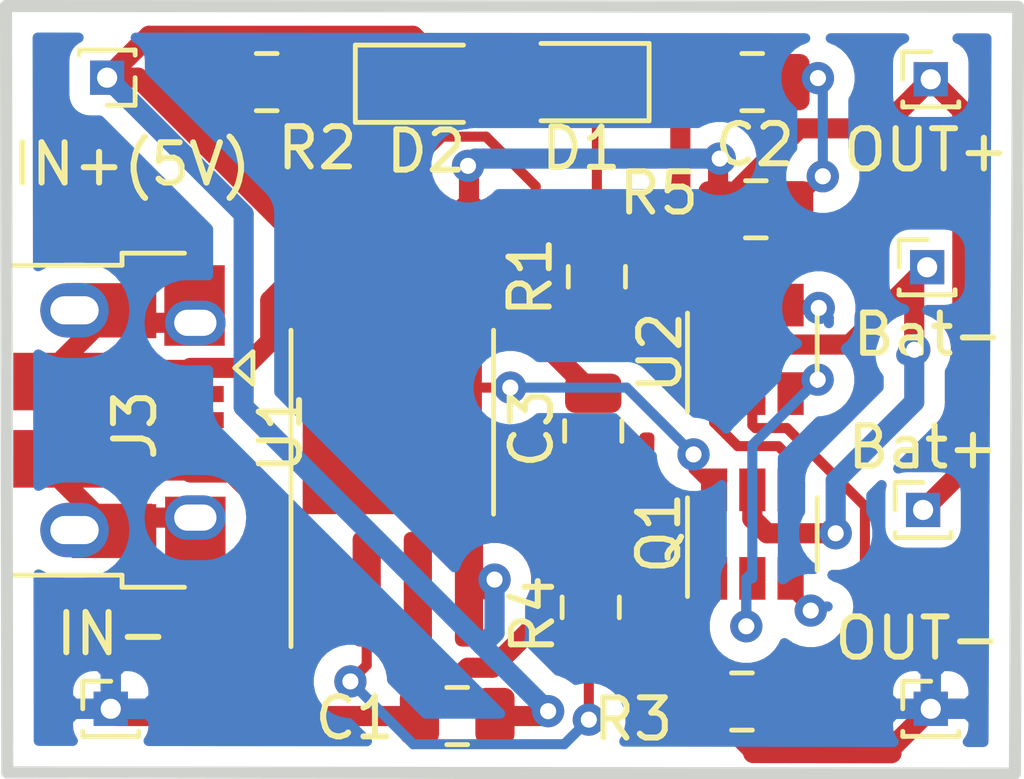
<source format=kicad_pcb>
(kicad_pcb (version 20171130) (host pcbnew "(5.1.6)-1")

  (general
    (thickness 1.6)
    (drawings 4)
    (tracks 160)
    (zones 0)
    (modules 20)
    (nets 20)
  )

  (page A4)
  (layers
    (0 F.Cu signal hide)
    (31 B.Cu signal hide)
    (32 B.Adhes user)
    (33 F.Adhes user)
    (34 B.Paste user)
    (35 F.Paste user)
    (36 B.SilkS user)
    (37 F.SilkS user)
    (38 B.Mask user)
    (39 F.Mask user)
    (40 Dwgs.User user)
    (41 Cmts.User user)
    (42 Eco1.User user)
    (43 Eco2.User user)
    (44 Edge.Cuts user)
    (45 Margin user)
    (46 B.CrtYd user hide)
    (47 F.CrtYd user)
    (48 B.Fab user hide)
    (49 F.Fab user hide)
  )

  (setup
    (last_trace_width 0.25)
    (trace_clearance 0.2)
    (zone_clearance 0.508)
    (zone_45_only no)
    (trace_min 0.2)
    (via_size 0.8)
    (via_drill 0.4)
    (via_min_size 0.4)
    (via_min_drill 0.3)
    (blind_buried_vias_allowed yes)
    (uvia_size 0.3)
    (uvia_drill 0.1)
    (uvias_allowed yes)
    (uvia_min_size 0.2)
    (uvia_min_drill 0.1)
    (edge_width 0.3)
    (segment_width 0.2)
    (pcb_text_width 0.3)
    (pcb_text_size 1.5 1.5)
    (mod_edge_width 0.12)
    (mod_text_size 1 1)
    (mod_text_width 0.15)
    (pad_size 1.524 1.524)
    (pad_drill 0.762)
    (pad_to_mask_clearance 0.05)
    (aux_axis_origin 0 0)
    (visible_elements FFFFFF7F)
    (pcbplotparams
      (layerselection 0x010fc_ffffffff)
      (usegerberextensions false)
      (usegerberattributes true)
      (usegerberadvancedattributes true)
      (creategerberjobfile true)
      (excludeedgelayer true)
      (linewidth 0.100000)
      (plotframeref false)
      (viasonmask false)
      (mode 1)
      (useauxorigin false)
      (hpglpennumber 1)
      (hpglpenspeed 20)
      (hpglpendiameter 15.000000)
      (psnegative false)
      (psa4output false)
      (plotreference true)
      (plotvalue true)
      (plotinvisibletext false)
      (padsonsilk false)
      (subtractmaskfromsilk false)
      (outputformat 1)
      (mirror false)
      (drillshape 1)
      (scaleselection 1)
      (outputdirectory ""))
  )

  (net 0 "")
  (net 1 "Net-(Bat+1-Pad1)")
  (net 2 "Net-(Bat-1-Pad1)")
  (net 3 GND)
  (net 4 "Net-(C1-Pad1)")
  (net 5 "Net-(C2-Pad2)")
  (net 6 "Net-(D1-Pad1)")
  (net 7 "Net-(D2-Pad1)")
  (net 8 "Net-(J3-Pad6)")
  (net 9 "Net-(J3-Pad2)")
  (net 10 "Net-(J3-Pad3)")
  (net 11 "Net-(J3-Pad4)")
  (net 12 "Net-(Q1-Pad2)")
  (net 13 "Net-(Q1-Pad3)")
  (net 14 "Net-(Q1-Pad4)")
  (net 15 "Net-(R1-Pad1)")
  (net 16 "Net-(R2-Pad1)")
  (net 17 "Net-(R3-Pad1)")
  (net 18 "Net-(R4-Pad2)")
  (net 19 "Net-(U2-Pad4)")

  (net_class Default "This is the default net class."
    (clearance 0.2)
    (trace_width 0.25)
    (via_dia 0.8)
    (via_drill 0.4)
    (uvia_dia 0.3)
    (uvia_drill 0.1)
    (add_net "Net-(C2-Pad2)")
    (add_net "Net-(D1-Pad1)")
    (add_net "Net-(D2-Pad1)")
    (add_net "Net-(Q1-Pad2)")
    (add_net "Net-(Q1-Pad3)")
    (add_net "Net-(Q1-Pad4)")
    (add_net "Net-(R1-Pad1)")
    (add_net "Net-(R2-Pad1)")
    (add_net "Net-(R3-Pad1)")
    (add_net "Net-(R4-Pad2)")
    (add_net "Net-(U2-Pad4)")
  )

  (net_class Vcc ""
    (clearance 0.2)
    (trace_width 0.5)
    (via_dia 0.8)
    (via_drill 0.4)
    (uvia_dia 0.3)
    (uvia_drill 0.1)
    (add_net GND)
    (add_net "Net-(Bat+1-Pad1)")
    (add_net "Net-(Bat-1-Pad1)")
    (add_net "Net-(C1-Pad1)")
    (add_net "Net-(J3-Pad2)")
    (add_net "Net-(J3-Pad3)")
    (add_net "Net-(J3-Pad4)")
    (add_net "Net-(J3-Pad6)")
  )

  (module Connector_PinHeader_1.00mm:PinHeader_1x01_P1.00mm_Vertical (layer F.Cu) (tedit 59FED738) (tstamp 5F725ED5)
    (at 161.32 92.01)
    (descr "Through hole straight pin header, 1x01, 1.00mm pitch, single row")
    (tags "Through hole pin header THT 1x01 1.00mm single row")
    (path /5F728C02)
    (fp_text reference Bat+ (at 0 -1.56) (layer F.SilkS)
      (effects (font (size 1 1) (thickness 0.15)))
    )
    (fp_text value Conn_01x01 (at 0 1.56) (layer F.Fab)
      (effects (font (size 1 1) (thickness 0.15)))
    )
    (fp_text user %R (at 0 0 90) (layer F.Fab)
      (effects (font (size 0.76 0.76) (thickness 0.114)))
    )
    (fp_line (start -0.3175 -0.5) (end 0.635 -0.5) (layer F.Fab) (width 0.1))
    (fp_line (start 0.635 -0.5) (end 0.635 0.5) (layer F.Fab) (width 0.1))
    (fp_line (start 0.635 0.5) (end -0.635 0.5) (layer F.Fab) (width 0.1))
    (fp_line (start -0.635 0.5) (end -0.635 -0.1825) (layer F.Fab) (width 0.1))
    (fp_line (start -0.635 -0.1825) (end -0.3175 -0.5) (layer F.Fab) (width 0.1))
    (fp_line (start -0.695 0.685) (end 0.695 0.685) (layer F.SilkS) (width 0.12))
    (fp_line (start -0.695 0.685) (end -0.695 0.56) (layer F.SilkS) (width 0.12))
    (fp_line (start 0.695 0.685) (end 0.695 0.56) (layer F.SilkS) (width 0.12))
    (fp_line (start -0.695 0.685) (end -0.608276 0.685) (layer F.SilkS) (width 0.12))
    (fp_line (start 0.608276 0.685) (end 0.695 0.685) (layer F.SilkS) (width 0.12))
    (fp_line (start -0.695 0) (end -0.695 -0.685) (layer F.SilkS) (width 0.12))
    (fp_line (start -0.695 -0.685) (end 0 -0.685) (layer F.SilkS) (width 0.12))
    (fp_line (start -1.15 -1) (end -1.15 1) (layer F.CrtYd) (width 0.05))
    (fp_line (start -1.15 1) (end 1.15 1) (layer F.CrtYd) (width 0.05))
    (fp_line (start 1.15 1) (end 1.15 -1) (layer F.CrtYd) (width 0.05))
    (fp_line (start 1.15 -1) (end -1.15 -1) (layer F.CrtYd) (width 0.05))
    (pad 1 thru_hole rect (at 0 0) (size 0.85 0.85) (drill 0.5) (layers *.Cu *.Mask)
      (net 1 "Net-(Bat+1-Pad1)"))
    (model ${KISYS3DMOD}/Connector_PinHeader_1.00mm.3dshapes/PinHeader_1x01_P1.00mm_Vertical.wrl
      (at (xyz 0 0 0))
      (scale (xyz 1 1 1))
      (rotate (xyz 0 0 0))
    )
  )

  (module Connector_PinHeader_1.00mm:PinHeader_1x01_P1.00mm_Vertical (layer F.Cu) (tedit 59FED738) (tstamp 5F725EEB)
    (at 161.42 85.98)
    (descr "Through hole straight pin header, 1x01, 1.00mm pitch, single row")
    (tags "Through hole pin header THT 1x01 1.00mm single row")
    (path /5F72881E)
    (fp_text reference Bat- (at 0.03 1.67) (layer F.SilkS)
      (effects (font (size 1 1) (thickness 0.15)))
    )
    (fp_text value Conn_01x01 (at 0 1.56) (layer F.Fab)
      (effects (font (size 1 1) (thickness 0.15)))
    )
    (fp_line (start 1.15 -1) (end -1.15 -1) (layer F.CrtYd) (width 0.05))
    (fp_line (start 1.15 1) (end 1.15 -1) (layer F.CrtYd) (width 0.05))
    (fp_line (start -1.15 1) (end 1.15 1) (layer F.CrtYd) (width 0.05))
    (fp_line (start -1.15 -1) (end -1.15 1) (layer F.CrtYd) (width 0.05))
    (fp_line (start -0.695 -0.685) (end 0 -0.685) (layer F.SilkS) (width 0.12))
    (fp_line (start -0.695 0) (end -0.695 -0.685) (layer F.SilkS) (width 0.12))
    (fp_line (start 0.608276 0.685) (end 0.695 0.685) (layer F.SilkS) (width 0.12))
    (fp_line (start -0.695 0.685) (end -0.608276 0.685) (layer F.SilkS) (width 0.12))
    (fp_line (start 0.695 0.685) (end 0.695 0.56) (layer F.SilkS) (width 0.12))
    (fp_line (start -0.695 0.685) (end -0.695 0.56) (layer F.SilkS) (width 0.12))
    (fp_line (start -0.695 0.685) (end 0.695 0.685) (layer F.SilkS) (width 0.12))
    (fp_line (start -0.635 -0.1825) (end -0.3175 -0.5) (layer F.Fab) (width 0.1))
    (fp_line (start -0.635 0.5) (end -0.635 -0.1825) (layer F.Fab) (width 0.1))
    (fp_line (start 0.635 0.5) (end -0.635 0.5) (layer F.Fab) (width 0.1))
    (fp_line (start 0.635 -0.5) (end 0.635 0.5) (layer F.Fab) (width 0.1))
    (fp_line (start -0.3175 -0.5) (end 0.635 -0.5) (layer F.Fab) (width 0.1))
    (fp_text user %R (at 0 0 90) (layer F.Fab)
      (effects (font (size 0.76 0.76) (thickness 0.114)))
    )
    (pad 1 thru_hole rect (at 0 0) (size 0.85 0.85) (drill 0.5) (layers *.Cu *.Mask)
      (net 2 "Net-(Bat-1-Pad1)"))
    (model ${KISYS3DMOD}/Connector_PinHeader_1.00mm.3dshapes/PinHeader_1x01_P1.00mm_Vertical.wrl
      (at (xyz 0 0 0))
      (scale (xyz 1 1 1))
      (rotate (xyz 0 0 0))
    )
  )

  (module Capacitor_SMD:C_0805_2012Metric (layer F.Cu) (tedit 5B36C52B) (tstamp 5F728D2C)
    (at 149.7525 97.13 180)
    (descr "Capacitor SMD 0805 (2012 Metric), square (rectangular) end terminal, IPC_7351 nominal, (Body size source: https://docs.google.com/spreadsheets/d/1BsfQQcO9C6DZCsRaXUlFlo91Tg2WpOkGARC1WS5S8t0/edit?usp=sharing), generated with kicad-footprint-generator")
    (tags capacitor)
    (path /5F72B677)
    (attr smd)
    (fp_text reference C1 (at 2.5425 -0.05) (layer F.SilkS)
      (effects (font (size 1 1) (thickness 0.15)))
    )
    (fp_text value C (at 0 1.65) (layer F.Fab)
      (effects (font (size 1 1) (thickness 0.15)))
    )
    (fp_text user %R (at 0 0) (layer F.Fab)
      (effects (font (size 0.5 0.5) (thickness 0.08)))
    )
    (fp_line (start -1 0.6) (end -1 -0.6) (layer F.Fab) (width 0.1))
    (fp_line (start -1 -0.6) (end 1 -0.6) (layer F.Fab) (width 0.1))
    (fp_line (start 1 -0.6) (end 1 0.6) (layer F.Fab) (width 0.1))
    (fp_line (start 1 0.6) (end -1 0.6) (layer F.Fab) (width 0.1))
    (fp_line (start -0.258578 -0.71) (end 0.258578 -0.71) (layer F.SilkS) (width 0.12))
    (fp_line (start -0.258578 0.71) (end 0.258578 0.71) (layer F.SilkS) (width 0.12))
    (fp_line (start -1.68 0.95) (end -1.68 -0.95) (layer F.CrtYd) (width 0.05))
    (fp_line (start -1.68 -0.95) (end 1.68 -0.95) (layer F.CrtYd) (width 0.05))
    (fp_line (start 1.68 -0.95) (end 1.68 0.95) (layer F.CrtYd) (width 0.05))
    (fp_line (start 1.68 0.95) (end -1.68 0.95) (layer F.CrtYd) (width 0.05))
    (pad 2 smd roundrect (at 0.9375 0 180) (size 0.975 1.4) (layers F.Cu F.Paste F.Mask) (roundrect_rratio 0.25)
      (net 3 GND))
    (pad 1 smd roundrect (at -0.9375 0 180) (size 0.975 1.4) (layers F.Cu F.Paste F.Mask) (roundrect_rratio 0.25)
      (net 4 "Net-(C1-Pad1)"))
    (model ${KISYS3DMOD}/Capacitor_SMD.3dshapes/C_0805_2012Metric.wrl
      (at (xyz 0 0 0))
      (scale (xyz 1 1 1))
      (rotate (xyz 0 0 0))
    )
  )

  (module Capacitor_SMD:C_0805_2012Metric (layer F.Cu) (tedit 5B36C52B) (tstamp 5F725F0D)
    (at 157.0775 81.38)
    (descr "Capacitor SMD 0805 (2012 Metric), square (rectangular) end terminal, IPC_7351 nominal, (Body size source: https://docs.google.com/spreadsheets/d/1BsfQQcO9C6DZCsRaXUlFlo91Tg2WpOkGARC1WS5S8t0/edit?usp=sharing), generated with kicad-footprint-generator")
    (tags capacitor)
    (path /5F72B013)
    (attr smd)
    (fp_text reference C2 (at 0.0625 1.56) (layer F.SilkS)
      (effects (font (size 1 1) (thickness 0.15)))
    )
    (fp_text value C (at 0 1.65) (layer F.Fab)
      (effects (font (size 1 1) (thickness 0.15)))
    )
    (fp_line (start 1.68 0.95) (end -1.68 0.95) (layer F.CrtYd) (width 0.05))
    (fp_line (start 1.68 -0.95) (end 1.68 0.95) (layer F.CrtYd) (width 0.05))
    (fp_line (start -1.68 -0.95) (end 1.68 -0.95) (layer F.CrtYd) (width 0.05))
    (fp_line (start -1.68 0.95) (end -1.68 -0.95) (layer F.CrtYd) (width 0.05))
    (fp_line (start -0.258578 0.71) (end 0.258578 0.71) (layer F.SilkS) (width 0.12))
    (fp_line (start -0.258578 -0.71) (end 0.258578 -0.71) (layer F.SilkS) (width 0.12))
    (fp_line (start 1 0.6) (end -1 0.6) (layer F.Fab) (width 0.1))
    (fp_line (start 1 -0.6) (end 1 0.6) (layer F.Fab) (width 0.1))
    (fp_line (start -1 -0.6) (end 1 -0.6) (layer F.Fab) (width 0.1))
    (fp_line (start -1 0.6) (end -1 -0.6) (layer F.Fab) (width 0.1))
    (fp_text user %R (at 0 0) (layer F.Fab)
      (effects (font (size 0.5 0.5) (thickness 0.08)))
    )
    (pad 1 smd roundrect (at -0.9375 0) (size 0.975 1.4) (layers F.Cu F.Paste F.Mask) (roundrect_rratio 0.25)
      (net 2 "Net-(Bat-1-Pad1)"))
    (pad 2 smd roundrect (at 0.9375 0) (size 0.975 1.4) (layers F.Cu F.Paste F.Mask) (roundrect_rratio 0.25)
      (net 5 "Net-(C2-Pad2)"))
    (model ${KISYS3DMOD}/Capacitor_SMD.3dshapes/C_0805_2012Metric.wrl
      (at (xyz 0 0 0))
      (scale (xyz 1 1 1))
      (rotate (xyz 0 0 0))
    )
  )

  (module Capacitor_SMD:C_0805_2012Metric (layer F.Cu) (tedit 5B36C52B) (tstamp 5F725F1E)
    (at 153.13 90.0475 270)
    (descr "Capacitor SMD 0805 (2012 Metric), square (rectangular) end terminal, IPC_7351 nominal, (Body size source: https://docs.google.com/spreadsheets/d/1BsfQQcO9C6DZCsRaXUlFlo91Tg2WpOkGARC1WS5S8t0/edit?usp=sharing), generated with kicad-footprint-generator")
    (tags capacitor)
    (path /5F76DB6B)
    (attr smd)
    (fp_text reference C3 (at -0.0675 1.53 90) (layer F.SilkS)
      (effects (font (size 1 1) (thickness 0.15)))
    )
    (fp_text value C (at 0 1.65 90) (layer F.Fab)
      (effects (font (size 1 1) (thickness 0.15)))
    )
    (fp_line (start 1.68 0.95) (end -1.68 0.95) (layer F.CrtYd) (width 0.05))
    (fp_line (start 1.68 -0.95) (end 1.68 0.95) (layer F.CrtYd) (width 0.05))
    (fp_line (start -1.68 -0.95) (end 1.68 -0.95) (layer F.CrtYd) (width 0.05))
    (fp_line (start -1.68 0.95) (end -1.68 -0.95) (layer F.CrtYd) (width 0.05))
    (fp_line (start -0.258578 0.71) (end 0.258578 0.71) (layer F.SilkS) (width 0.12))
    (fp_line (start -0.258578 -0.71) (end 0.258578 -0.71) (layer F.SilkS) (width 0.12))
    (fp_line (start 1 0.6) (end -1 0.6) (layer F.Fab) (width 0.1))
    (fp_line (start 1 -0.6) (end 1 0.6) (layer F.Fab) (width 0.1))
    (fp_line (start -1 -0.6) (end 1 -0.6) (layer F.Fab) (width 0.1))
    (fp_line (start -1 0.6) (end -1 -0.6) (layer F.Fab) (width 0.1))
    (fp_text user %R (at 0 0 90) (layer F.Fab)
      (effects (font (size 0.5 0.5) (thickness 0.08)))
    )
    (pad 1 smd roundrect (at -0.9375 0 270) (size 0.975 1.4) (layers F.Cu F.Paste F.Mask) (roundrect_rratio 0.25)
      (net 1 "Net-(Bat+1-Pad1)"))
    (pad 2 smd roundrect (at 0.9375 0 270) (size 0.975 1.4) (layers F.Cu F.Paste F.Mask) (roundrect_rratio 0.25)
      (net 3 GND))
    (model ${KISYS3DMOD}/Capacitor_SMD.3dshapes/C_0805_2012Metric.wrl
      (at (xyz 0 0 0))
      (scale (xyz 1 1 1))
      (rotate (xyz 0 0 0))
    )
  )

  (module LED_SMD:LED_0805_2012Metric (layer F.Cu) (tedit 5B36C52C) (tstamp 5F725F31)
    (at 152.8325 81.38 180)
    (descr "LED SMD 0805 (2012 Metric), square (rectangular) end terminal, IPC_7351 nominal, (Body size source: https://docs.google.com/spreadsheets/d/1BsfQQcO9C6DZCsRaXUlFlo91Tg2WpOkGARC1WS5S8t0/edit?usp=sharing), generated with kicad-footprint-generator")
    (tags diode)
    (path /5F72C6FB)
    (attr smd)
    (fp_text reference D1 (at 0 -1.65) (layer F.SilkS)
      (effects (font (size 1 1) (thickness 0.15)))
    )
    (fp_text value LED (at 0 1.65) (layer F.Fab)
      (effects (font (size 1 1) (thickness 0.15)))
    )
    (fp_text user %R (at 0 0) (layer F.Fab)
      (effects (font (size 0.5 0.5) (thickness 0.08)))
    )
    (fp_line (start 1 -0.6) (end -0.7 -0.6) (layer F.Fab) (width 0.1))
    (fp_line (start -0.7 -0.6) (end -1 -0.3) (layer F.Fab) (width 0.1))
    (fp_line (start -1 -0.3) (end -1 0.6) (layer F.Fab) (width 0.1))
    (fp_line (start -1 0.6) (end 1 0.6) (layer F.Fab) (width 0.1))
    (fp_line (start 1 0.6) (end 1 -0.6) (layer F.Fab) (width 0.1))
    (fp_line (start 1 -0.96) (end -1.685 -0.96) (layer F.SilkS) (width 0.12))
    (fp_line (start -1.685 -0.96) (end -1.685 0.96) (layer F.SilkS) (width 0.12))
    (fp_line (start -1.685 0.96) (end 1 0.96) (layer F.SilkS) (width 0.12))
    (fp_line (start -1.68 0.95) (end -1.68 -0.95) (layer F.CrtYd) (width 0.05))
    (fp_line (start -1.68 -0.95) (end 1.68 -0.95) (layer F.CrtYd) (width 0.05))
    (fp_line (start 1.68 -0.95) (end 1.68 0.95) (layer F.CrtYd) (width 0.05))
    (fp_line (start 1.68 0.95) (end -1.68 0.95) (layer F.CrtYd) (width 0.05))
    (pad 2 smd roundrect (at 0.9375 0 180) (size 0.975 1.4) (layers F.Cu F.Paste F.Mask) (roundrect_rratio 0.25)
      (net 4 "Net-(C1-Pad1)"))
    (pad 1 smd roundrect (at -0.9375 0 180) (size 0.975 1.4) (layers F.Cu F.Paste F.Mask) (roundrect_rratio 0.25)
      (net 6 "Net-(D1-Pad1)"))
    (model ${KISYS3DMOD}/LED_SMD.3dshapes/LED_0805_2012Metric.wrl
      (at (xyz 0 0 0))
      (scale (xyz 1 1 1))
      (rotate (xyz 0 0 0))
    )
  )

  (module LED_SMD:LED_0805_2012Metric (layer F.Cu) (tedit 5B36C52C) (tstamp 5F725F44)
    (at 148.9075 81.42)
    (descr "LED SMD 0805 (2012 Metric), square (rectangular) end terminal, IPC_7351 nominal, (Body size source: https://docs.google.com/spreadsheets/d/1BsfQQcO9C6DZCsRaXUlFlo91Tg2WpOkGARC1WS5S8t0/edit?usp=sharing), generated with kicad-footprint-generator")
    (tags diode)
    (path /5F72BCDA)
    (attr smd)
    (fp_text reference D2 (at 0.0725 1.68) (layer F.SilkS)
      (effects (font (size 1 1) (thickness 0.15)))
    )
    (fp_text value LED (at 0 1.65) (layer F.Fab)
      (effects (font (size 1 1) (thickness 0.15)))
    )
    (fp_line (start 1.68 0.95) (end -1.68 0.95) (layer F.CrtYd) (width 0.05))
    (fp_line (start 1.68 -0.95) (end 1.68 0.95) (layer F.CrtYd) (width 0.05))
    (fp_line (start -1.68 -0.95) (end 1.68 -0.95) (layer F.CrtYd) (width 0.05))
    (fp_line (start -1.68 0.95) (end -1.68 -0.95) (layer F.CrtYd) (width 0.05))
    (fp_line (start -1.685 0.96) (end 1 0.96) (layer F.SilkS) (width 0.12))
    (fp_line (start -1.685 -0.96) (end -1.685 0.96) (layer F.SilkS) (width 0.12))
    (fp_line (start 1 -0.96) (end -1.685 -0.96) (layer F.SilkS) (width 0.12))
    (fp_line (start 1 0.6) (end 1 -0.6) (layer F.Fab) (width 0.1))
    (fp_line (start -1 0.6) (end 1 0.6) (layer F.Fab) (width 0.1))
    (fp_line (start -1 -0.3) (end -1 0.6) (layer F.Fab) (width 0.1))
    (fp_line (start -0.7 -0.6) (end -1 -0.3) (layer F.Fab) (width 0.1))
    (fp_line (start 1 -0.6) (end -0.7 -0.6) (layer F.Fab) (width 0.1))
    (fp_text user %R (at 0 0) (layer F.Fab)
      (effects (font (size 0.5 0.5) (thickness 0.08)))
    )
    (pad 1 smd roundrect (at -0.9375 0) (size 0.975 1.4) (layers F.Cu F.Paste F.Mask) (roundrect_rratio 0.25)
      (net 7 "Net-(D2-Pad1)"))
    (pad 2 smd roundrect (at 0.9375 0) (size 0.975 1.4) (layers F.Cu F.Paste F.Mask) (roundrect_rratio 0.25)
      (net 4 "Net-(C1-Pad1)"))
    (model ${KISYS3DMOD}/LED_SMD.3dshapes/LED_0805_2012Metric.wrl
      (at (xyz 0 0 0))
      (scale (xyz 1 1 1))
      (rotate (xyz 0 0 0))
    )
  )

  (module Connector_PinHeader_1.00mm:PinHeader_1x01_P1.00mm_Vertical (layer F.Cu) (tedit 59FED738) (tstamp 5F725F5A)
    (at 141.06 81.27 180)
    (descr "Through hole straight pin header, 1x01, 1.00mm pitch, single row")
    (tags "Through hole pin header THT 1x01 1.00mm single row")
    (path /5F727031)
    (fp_text reference "IN+(5V)" (at -0.61 -2.15) (layer F.SilkS)
      (effects (font (size 1 1) (thickness 0.15)))
    )
    (fp_text value Conn_01x01 (at 0 1.56) (layer F.Fab)
      (effects (font (size 1 1) (thickness 0.15)))
    )
    (fp_line (start 1.15 -1) (end -1.15 -1) (layer F.CrtYd) (width 0.05))
    (fp_line (start 1.15 1) (end 1.15 -1) (layer F.CrtYd) (width 0.05))
    (fp_line (start -1.15 1) (end 1.15 1) (layer F.CrtYd) (width 0.05))
    (fp_line (start -1.15 -1) (end -1.15 1) (layer F.CrtYd) (width 0.05))
    (fp_line (start -0.695 -0.685) (end 0 -0.685) (layer F.SilkS) (width 0.12))
    (fp_line (start -0.695 0) (end -0.695 -0.685) (layer F.SilkS) (width 0.12))
    (fp_line (start 0.608276 0.685) (end 0.695 0.685) (layer F.SilkS) (width 0.12))
    (fp_line (start -0.695 0.685) (end -0.608276 0.685) (layer F.SilkS) (width 0.12))
    (fp_line (start 0.695 0.685) (end 0.695 0.56) (layer F.SilkS) (width 0.12))
    (fp_line (start -0.695 0.685) (end -0.695 0.56) (layer F.SilkS) (width 0.12))
    (fp_line (start -0.695 0.685) (end 0.695 0.685) (layer F.SilkS) (width 0.12))
    (fp_line (start -0.635 -0.1825) (end -0.3175 -0.5) (layer F.Fab) (width 0.1))
    (fp_line (start -0.635 0.5) (end -0.635 -0.1825) (layer F.Fab) (width 0.1))
    (fp_line (start 0.635 0.5) (end -0.635 0.5) (layer F.Fab) (width 0.1))
    (fp_line (start 0.635 -0.5) (end 0.635 0.5) (layer F.Fab) (width 0.1))
    (fp_line (start -0.3175 -0.5) (end 0.635 -0.5) (layer F.Fab) (width 0.1))
    (fp_text user %R (at 0 0 90) (layer F.Fab)
      (effects (font (size 0.76 0.76) (thickness 0.114)))
    )
    (pad 1 thru_hole rect (at 0 0 180) (size 0.85 0.85) (drill 0.5) (layers *.Cu *.Mask)
      (net 4 "Net-(C1-Pad1)"))
    (model ${KISYS3DMOD}/Connector_PinHeader_1.00mm.3dshapes/PinHeader_1x01_P1.00mm_Vertical.wrl
      (at (xyz 0 0 0))
      (scale (xyz 1 1 1))
      (rotate (xyz 0 0 0))
    )
  )

  (module Connector_PinHeader_1.00mm:PinHeader_1x01_P1.00mm_Vertical (layer F.Cu) (tedit 59FED738) (tstamp 5F725F70)
    (at 141.15 96.95)
    (descr "Through hole straight pin header, 1x01, 1.00mm pitch, single row")
    (tags "Through hole pin header THT 1x01 1.00mm single row")
    (path /5F727746)
    (fp_text reference IN- (at 0.04 -1.86) (layer F.SilkS)
      (effects (font (size 1 1) (thickness 0.15)))
    )
    (fp_text value Conn_01x01 (at 0 1.56) (layer F.Fab)
      (effects (font (size 1 1) (thickness 0.15)))
    )
    (fp_text user %R (at -0.155001 -0.135001 90) (layer F.Fab)
      (effects (font (size 0.76 0.76) (thickness 0.114)))
    )
    (fp_line (start -0.3175 -0.5) (end 0.635 -0.5) (layer F.Fab) (width 0.1))
    (fp_line (start 0.635 -0.5) (end 0.635 0.5) (layer F.Fab) (width 0.1))
    (fp_line (start 0.635 0.5) (end -0.635 0.5) (layer F.Fab) (width 0.1))
    (fp_line (start -0.635 0.5) (end -0.635 -0.1825) (layer F.Fab) (width 0.1))
    (fp_line (start -0.635 -0.1825) (end -0.3175 -0.5) (layer F.Fab) (width 0.1))
    (fp_line (start -0.695 0.685) (end 0.695 0.685) (layer F.SilkS) (width 0.12))
    (fp_line (start -0.695 0.685) (end -0.695 0.56) (layer F.SilkS) (width 0.12))
    (fp_line (start 0.695 0.685) (end 0.695 0.56) (layer F.SilkS) (width 0.12))
    (fp_line (start -0.695 0.685) (end -0.608276 0.685) (layer F.SilkS) (width 0.12))
    (fp_line (start 0.608276 0.685) (end 0.695 0.685) (layer F.SilkS) (width 0.12))
    (fp_line (start -0.695 0) (end -0.695 -0.685) (layer F.SilkS) (width 0.12))
    (fp_line (start -0.695 -0.685) (end 0 -0.685) (layer F.SilkS) (width 0.12))
    (fp_line (start -1.15 -1) (end -1.15 1) (layer F.CrtYd) (width 0.05))
    (fp_line (start -1.15 1) (end 1.15 1) (layer F.CrtYd) (width 0.05))
    (fp_line (start 1.15 1) (end 1.15 -1) (layer F.CrtYd) (width 0.05))
    (fp_line (start 1.15 -1) (end -1.15 -1) (layer F.CrtYd) (width 0.05))
    (pad 1 thru_hole rect (at 0 0) (size 0.85 0.85) (drill 0.5) (layers *.Cu *.Mask)
      (net 3 GND))
    (model ${KISYS3DMOD}/Connector_PinHeader_1.00mm.3dshapes/PinHeader_1x01_P1.00mm_Vertical.wrl
      (at (xyz 0 0 0))
      (scale (xyz 1 1 1))
      (rotate (xyz 0 0 0))
    )
  )

  (module Connector_USB:USB_Micro-B_Amphenol_10103594-0001LF_Horizontal (layer F.Cu) (tedit 5A1DC0BD) (tstamp 5F729F97)
    (at 141.365 89.805 270)
    (descr "Micro USB Type B 10103594-0001LF, http://cdn.amphenol-icc.com/media/wysiwyg/files/drawing/10103594.pdf")
    (tags "USB USB_B USB_micro USB_OTG")
    (path /5F725907)
    (attr smd)
    (fp_text reference J3 (at 0.095 -0.385 90) (layer F.SilkS)
      (effects (font (size 1 1) (thickness 0.15)))
    )
    (fp_text value USB_B_Micro (at -0.025 4.435 90) (layer F.Fab)
      (effects (font (size 1 1) (thickness 0.15)))
    )
    (fp_line (start 4.14 3.58) (end -4.13 3.58) (layer F.CrtYd) (width 0.05))
    (fp_line (start 4.14 3.58) (end 4.14 -2.88) (layer F.CrtYd) (width 0.05))
    (fp_line (start -4.13 -2.88) (end -4.13 3.58) (layer F.CrtYd) (width 0.05))
    (fp_line (start -4.13 -2.88) (end 4.14 -2.88) (layer F.CrtYd) (width 0.05))
    (fp_line (start -4.025 2.835) (end 3.975 2.835) (layer Dwgs.User) (width 0.1))
    (fp_line (start -3.775 3.335) (end -3.775 -0.865) (layer F.Fab) (width 0.12))
    (fp_line (start -2.975 -1.615) (end 3.725 -1.615) (layer F.Fab) (width 0.12))
    (fp_line (start 3.725 -1.615) (end 3.725 3.335) (layer F.Fab) (width 0.12))
    (fp_line (start 3.725 3.335) (end -3.775 3.335) (layer F.Fab) (width 0.12))
    (fp_line (start -3.775 -0.865) (end -2.975 -1.615) (layer F.Fab) (width 0.12))
    (fp_line (start -1.325 -2.865) (end -1.725 -3.315) (layer F.SilkS) (width 0.12))
    (fp_line (start -1.725 -3.315) (end -0.925 -3.315) (layer F.SilkS) (width 0.12))
    (fp_line (start -0.925 -3.315) (end -1.325 -2.865) (layer F.SilkS) (width 0.12))
    (fp_line (start 3.825 2.735) (end 3.825 -0.065) (layer F.SilkS) (width 0.12))
    (fp_line (start 3.825 -0.065) (end 4.125 -0.065) (layer F.SilkS) (width 0.12))
    (fp_line (start 4.125 -0.065) (end 4.125 -1.615) (layer F.SilkS) (width 0.12))
    (fp_line (start -3.875 2.735) (end -3.875 -0.065) (layer F.SilkS) (width 0.12))
    (fp_line (start -4.175 -0.065) (end -3.875 -0.065) (layer F.SilkS) (width 0.12))
    (fp_line (start -4.175 -0.065) (end -4.175 -1.615) (layer F.SilkS) (width 0.12))
    (fp_text user "PCB edge" (at -0.025 2.235 90) (layer Dwgs.User)
      (effects (font (size 0.5 0.5) (thickness 0.075)))
    )
    (fp_text user %R (at 0.134999 0.504999 90) (layer F.Fab)
      (effects (font (size 1 1) (thickness 0.15)))
    )
    (pad 6 smd rect (at 2.725 0.185 270) (size 1.35 2) (layers F.Cu F.Paste F.Mask)
      (net 8 "Net-(J3-Pad6)"))
    (pad 6 smd rect (at -2.755 0.185 270) (size 1.35 2) (layers F.Cu F.Paste F.Mask)
      (net 8 "Net-(J3-Pad6)"))
    (pad 6 smd rect (at -2.975 -0.565 270) (size 1.825 0.7) (layers F.Cu F.Paste F.Mask)
      (net 8 "Net-(J3-Pad6)"))
    (pad 6 smd rect (at 2.975 -0.565 270) (size 1.825 0.7) (layers F.Cu F.Paste F.Mask)
      (net 8 "Net-(J3-Pad6)"))
    (pad 6 smd rect (at -2.875 -1.865 270) (size 2 1.5) (layers F.Cu F.Paste F.Mask)
      (net 8 "Net-(J3-Pad6)"))
    (pad 6 smd rect (at 2.875 -1.885 270) (size 2 1.5) (layers F.Cu F.Paste F.Mask)
      (net 8 "Net-(J3-Pad6)"))
    (pad 1 smd rect (at -1.325 -1.765) (size 1.65 0.4) (layers F.Cu F.Paste F.Mask)
      (net 4 "Net-(C1-Pad1)"))
    (pad 2 smd rect (at -0.675 -1.765) (size 1.65 0.4) (layers F.Cu F.Paste F.Mask)
      (net 9 "Net-(J3-Pad2)"))
    (pad 3 smd rect (at -0.025 -1.765) (size 1.65 0.4) (layers F.Cu F.Paste F.Mask)
      (net 10 "Net-(J3-Pad3)"))
    (pad 4 smd rect (at 0.625 -1.765) (size 1.65 0.4) (layers F.Cu F.Paste F.Mask)
      (net 11 "Net-(J3-Pad4)"))
    (pad 5 smd rect (at 1.275 -1.765) (size 1.65 0.4) (layers F.Cu F.Paste F.Mask)
      (net 3 GND))
    (pad 6 thru_hole oval (at -2.445 -1.885) (size 1.5 1.1) (drill oval 1.05 0.65) (layers *.Cu *.Mask)
      (net 8 "Net-(J3-Pad6)"))
    (pad 6 thru_hole oval (at 2.395 -1.885) (size 1.5 1.1) (drill oval 1.05 0.65) (layers *.Cu *.Mask)
      (net 8 "Net-(J3-Pad6)"))
    (pad 6 thru_hole oval (at -2.755 1.115) (size 1.7 1.35) (drill oval 1.2 0.7) (layers *.Cu *.Mask)
      (net 8 "Net-(J3-Pad6)"))
    (pad 6 thru_hole oval (at 2.705 1.115) (size 1.7 1.35) (drill oval 1.2 0.7) (layers *.Cu *.Mask)
      (net 8 "Net-(J3-Pad6)"))
    (pad 6 smd rect (at -0.985 1.385) (size 2.5 1.43) (layers F.Cu F.Paste F.Mask)
      (net 8 "Net-(J3-Pad6)"))
    (pad 6 smd rect (at 0.935 1.385) (size 2.5 1.43) (layers F.Cu F.Paste F.Mask)
      (net 8 "Net-(J3-Pad6)"))
    (model ${KISYS3DMOD}/Connector_USB.3dshapes/USB_Micro-B_Amphenol_10103594-0001LF_Horizontal.wrl
      (at (xyz 0 0 0))
      (scale (xyz 1 1 1))
      (rotate (xyz 0 0 0))
    )
  )

  (module Connector_PinHeader_1.00mm:PinHeader_1x01_P1.00mm_Vertical (layer F.Cu) (tedit 59FED738) (tstamp 5F725FB0)
    (at 161.51 81.31)
    (descr "Through hole straight pin header, 1x01, 1.00mm pitch, single row")
    (tags "Through hole pin header THT 1x01 1.00mm single row")
    (path /5F727BD0)
    (fp_text reference OUT+ (at -0.11 1.76) (layer F.SilkS)
      (effects (font (size 1 1) (thickness 0.15)))
    )
    (fp_text value Conn_01x01 (at 0 1.56) (layer F.Fab)
      (effects (font (size 1 1) (thickness 0.15)))
    )
    (fp_line (start 1.15 -1) (end -1.15 -1) (layer F.CrtYd) (width 0.05))
    (fp_line (start 1.15 1) (end 1.15 -1) (layer F.CrtYd) (width 0.05))
    (fp_line (start -1.15 1) (end 1.15 1) (layer F.CrtYd) (width 0.05))
    (fp_line (start -1.15 -1) (end -1.15 1) (layer F.CrtYd) (width 0.05))
    (fp_line (start -0.695 -0.685) (end 0 -0.685) (layer F.SilkS) (width 0.12))
    (fp_line (start -0.695 0) (end -0.695 -0.685) (layer F.SilkS) (width 0.12))
    (fp_line (start 0.608276 0.685) (end 0.695 0.685) (layer F.SilkS) (width 0.12))
    (fp_line (start -0.695 0.685) (end -0.608276 0.685) (layer F.SilkS) (width 0.12))
    (fp_line (start 0.695 0.685) (end 0.695 0.56) (layer F.SilkS) (width 0.12))
    (fp_line (start -0.695 0.685) (end -0.695 0.56) (layer F.SilkS) (width 0.12))
    (fp_line (start -0.695 0.685) (end 0.695 0.685) (layer F.SilkS) (width 0.12))
    (fp_line (start -0.635 -0.1825) (end -0.3175 -0.5) (layer F.Fab) (width 0.1))
    (fp_line (start -0.635 0.5) (end -0.635 -0.1825) (layer F.Fab) (width 0.1))
    (fp_line (start 0.635 0.5) (end -0.635 0.5) (layer F.Fab) (width 0.1))
    (fp_line (start 0.635 -0.5) (end 0.635 0.5) (layer F.Fab) (width 0.1))
    (fp_line (start -0.3175 -0.5) (end 0.635 -0.5) (layer F.Fab) (width 0.1))
    (fp_text user %R (at 0 0 90) (layer F.Fab)
      (effects (font (size 0.76 0.76) (thickness 0.114)))
    )
    (pad 1 thru_hole rect (at 0 0) (size 0.85 0.85) (drill 0.5) (layers *.Cu *.Mask)
      (net 1 "Net-(Bat+1-Pad1)"))
    (model ${KISYS3DMOD}/Connector_PinHeader_1.00mm.3dshapes/PinHeader_1x01_P1.00mm_Vertical.wrl
      (at (xyz 0 0 0))
      (scale (xyz 1 1 1))
      (rotate (xyz 0 0 0))
    )
  )

  (module Connector_PinHeader_1.00mm:PinHeader_1x01_P1.00mm_Vertical (layer F.Cu) (tedit 59FED738) (tstamp 5F725FC6)
    (at 161.51 96.95)
    (descr "Through hole straight pin header, 1x01, 1.00mm pitch, single row")
    (tags "Through hole pin header THT 1x01 1.00mm single row")
    (path /5F7284EB)
    (fp_text reference OUT- (at -0.32 -1.75) (layer F.SilkS)
      (effects (font (size 1 1) (thickness 0.15)))
    )
    (fp_text value Conn_01x01 (at 0 1.56) (layer F.Fab)
      (effects (font (size 1 1) (thickness 0.15)))
    )
    (fp_text user %R (at 0 0 90) (layer F.Fab)
      (effects (font (size 0.76 0.76) (thickness 0.114)))
    )
    (fp_line (start -0.3175 -0.5) (end 0.635 -0.5) (layer F.Fab) (width 0.1))
    (fp_line (start 0.635 -0.5) (end 0.635 0.5) (layer F.Fab) (width 0.1))
    (fp_line (start 0.635 0.5) (end -0.635 0.5) (layer F.Fab) (width 0.1))
    (fp_line (start -0.635 0.5) (end -0.635 -0.1825) (layer F.Fab) (width 0.1))
    (fp_line (start -0.635 -0.1825) (end -0.3175 -0.5) (layer F.Fab) (width 0.1))
    (fp_line (start -0.695 0.685) (end 0.695 0.685) (layer F.SilkS) (width 0.12))
    (fp_line (start -0.695 0.685) (end -0.695 0.56) (layer F.SilkS) (width 0.12))
    (fp_line (start 0.695 0.685) (end 0.695 0.56) (layer F.SilkS) (width 0.12))
    (fp_line (start -0.695 0.685) (end -0.608276 0.685) (layer F.SilkS) (width 0.12))
    (fp_line (start 0.608276 0.685) (end 0.695 0.685) (layer F.SilkS) (width 0.12))
    (fp_line (start -0.695 0) (end -0.695 -0.685) (layer F.SilkS) (width 0.12))
    (fp_line (start -0.695 -0.685) (end 0 -0.685) (layer F.SilkS) (width 0.12))
    (fp_line (start -1.15 -1) (end -1.15 1) (layer F.CrtYd) (width 0.05))
    (fp_line (start -1.15 1) (end 1.15 1) (layer F.CrtYd) (width 0.05))
    (fp_line (start 1.15 1) (end 1.15 -1) (layer F.CrtYd) (width 0.05))
    (fp_line (start 1.15 -1) (end -1.15 -1) (layer F.CrtYd) (width 0.05))
    (pad 1 thru_hole rect (at 0 0) (size 0.85 0.85) (drill 0.5) (layers *.Cu *.Mask)
      (net 3 GND))
    (model ${KISYS3DMOD}/Connector_PinHeader_1.00mm.3dshapes/PinHeader_1x01_P1.00mm_Vertical.wrl
      (at (xyz 0 0 0))
      (scale (xyz 1 1 1))
      (rotate (xyz 0 0 0))
    )
  )

  (module Package_TO_SOT_SMD:SOT-23-6 (layer F.Cu) (tedit 5A02FF57) (tstamp 5F725FDC)
    (at 157.08 92.61 90)
    (descr "6-pin SOT-23 package")
    (tags SOT-23-6)
    (path /5F72382E)
    (attr smd)
    (fp_text reference Q1 (at 0.03 -2.32 90) (layer F.SilkS)
      (effects (font (size 1 1) (thickness 0.15)))
    )
    (fp_text value FS8205 (at 0 2.9 90) (layer F.Fab)
      (effects (font (size 1 1) (thickness 0.15)))
    )
    (fp_line (start 0.9 -1.55) (end 0.9 1.55) (layer F.Fab) (width 0.1))
    (fp_line (start 0.9 1.55) (end -0.9 1.55) (layer F.Fab) (width 0.1))
    (fp_line (start -0.9 -0.9) (end -0.9 1.55) (layer F.Fab) (width 0.1))
    (fp_line (start 0.9 -1.55) (end -0.25 -1.55) (layer F.Fab) (width 0.1))
    (fp_line (start -0.9 -0.9) (end -0.25 -1.55) (layer F.Fab) (width 0.1))
    (fp_line (start -1.9 -1.8) (end -1.9 1.8) (layer F.CrtYd) (width 0.05))
    (fp_line (start -1.9 1.8) (end 1.9 1.8) (layer F.CrtYd) (width 0.05))
    (fp_line (start 1.9 1.8) (end 1.9 -1.8) (layer F.CrtYd) (width 0.05))
    (fp_line (start 1.9 -1.8) (end -1.9 -1.8) (layer F.CrtYd) (width 0.05))
    (fp_line (start 0.9 -1.61) (end -1.55 -1.61) (layer F.SilkS) (width 0.12))
    (fp_line (start -0.9 1.61) (end 0.9 1.61) (layer F.SilkS) (width 0.12))
    (fp_text user %R (at 0 0) (layer F.Fab)
      (effects (font (size 0.5 0.5) (thickness 0.075)))
    )
    (pad 1 smd rect (at -1.1 -0.95 90) (size 1.06 0.65) (layers F.Cu F.Paste F.Mask)
      (net 3 GND))
    (pad 2 smd rect (at -1.1 0 90) (size 1.06 0.65) (layers F.Cu F.Paste F.Mask)
      (net 12 "Net-(Q1-Pad2)"))
    (pad 3 smd rect (at -1.1 0.95 90) (size 1.06 0.65) (layers F.Cu F.Paste F.Mask)
      (net 13 "Net-(Q1-Pad3)"))
    (pad 4 smd rect (at 1.1 0.95 90) (size 1.06 0.65) (layers F.Cu F.Paste F.Mask)
      (net 14 "Net-(Q1-Pad4)"))
    (pad 6 smd rect (at 1.1 -0.95 90) (size 1.06 0.65) (layers F.Cu F.Paste F.Mask))
    (pad 5 smd rect (at 1.1 0 90) (size 1.06 0.65) (layers F.Cu F.Paste F.Mask)
      (net 2 "Net-(Bat-1-Pad1)"))
    (model ${KISYS3DMOD}/Package_TO_SOT_SMD.3dshapes/SOT-23-6.wrl
      (at (xyz 0 0 0))
      (scale (xyz 1 1 1))
      (rotate (xyz 0 0 0))
    )
  )

  (module Resistor_SMD:R_0805_2012Metric (layer F.Cu) (tedit 5B36C52B) (tstamp 5F725FED)
    (at 153.22 86.2175 90)
    (descr "Resistor SMD 0805 (2012 Metric), square (rectangular) end terminal, IPC_7351 nominal, (Body size source: https://docs.google.com/spreadsheets/d/1BsfQQcO9C6DZCsRaXUlFlo91Tg2WpOkGARC1WS5S8t0/edit?usp=sharing), generated with kicad-footprint-generator")
    (tags resistor)
    (path /5F7291BA)
    (attr smd)
    (fp_text reference R1 (at 0 -1.65 90) (layer F.SilkS)
      (effects (font (size 1 1) (thickness 0.15)))
    )
    (fp_text value R (at 0 1.65 90) (layer F.Fab)
      (effects (font (size 1 1) (thickness 0.15)))
    )
    (fp_line (start 1.68 0.95) (end -1.68 0.95) (layer F.CrtYd) (width 0.05))
    (fp_line (start 1.68 -0.95) (end 1.68 0.95) (layer F.CrtYd) (width 0.05))
    (fp_line (start -1.68 -0.95) (end 1.68 -0.95) (layer F.CrtYd) (width 0.05))
    (fp_line (start -1.68 0.95) (end -1.68 -0.95) (layer F.CrtYd) (width 0.05))
    (fp_line (start -0.258578 0.71) (end 0.258578 0.71) (layer F.SilkS) (width 0.12))
    (fp_line (start -0.258578 -0.71) (end 0.258578 -0.71) (layer F.SilkS) (width 0.12))
    (fp_line (start 1 0.6) (end -1 0.6) (layer F.Fab) (width 0.1))
    (fp_line (start 1 -0.6) (end 1 0.6) (layer F.Fab) (width 0.1))
    (fp_line (start -1 -0.6) (end 1 -0.6) (layer F.Fab) (width 0.1))
    (fp_line (start -1 0.6) (end -1 -0.6) (layer F.Fab) (width 0.1))
    (fp_text user %R (at 0 0 90) (layer F.Fab)
      (effects (font (size 0.5 0.5) (thickness 0.08)))
    )
    (pad 1 smd roundrect (at -0.9375 0 90) (size 0.975 1.4) (layers F.Cu F.Paste F.Mask) (roundrect_rratio 0.25)
      (net 15 "Net-(R1-Pad1)"))
    (pad 2 smd roundrect (at 0.9375 0 90) (size 0.975 1.4) (layers F.Cu F.Paste F.Mask) (roundrect_rratio 0.25)
      (net 6 "Net-(D1-Pad1)"))
    (model ${KISYS3DMOD}/Resistor_SMD.3dshapes/R_0805_2012Metric.wrl
      (at (xyz 0 0 0))
      (scale (xyz 1 1 1))
      (rotate (xyz 0 0 0))
    )
  )

  (module Resistor_SMD:R_0805_2012Metric (layer F.Cu) (tedit 5B36C52B) (tstamp 5F725FFE)
    (at 145.0225 81.38)
    (descr "Resistor SMD 0805 (2012 Metric), square (rectangular) end terminal, IPC_7351 nominal, (Body size source: https://docs.google.com/spreadsheets/d/1BsfQQcO9C6DZCsRaXUlFlo91Tg2WpOkGARC1WS5S8t0/edit?usp=sharing), generated with kicad-footprint-generator")
    (tags resistor)
    (path /5F729879)
    (attr smd)
    (fp_text reference R2 (at 1.2575 1.64) (layer F.SilkS)
      (effects (font (size 1 1) (thickness 0.15)))
    )
    (fp_text value R (at 0 1.65) (layer F.Fab)
      (effects (font (size 1 1) (thickness 0.15)))
    )
    (fp_text user %R (at 0 0) (layer F.Fab)
      (effects (font (size 0.5 0.5) (thickness 0.08)))
    )
    (fp_line (start -1 0.6) (end -1 -0.6) (layer F.Fab) (width 0.1))
    (fp_line (start -1 -0.6) (end 1 -0.6) (layer F.Fab) (width 0.1))
    (fp_line (start 1 -0.6) (end 1 0.6) (layer F.Fab) (width 0.1))
    (fp_line (start 1 0.6) (end -1 0.6) (layer F.Fab) (width 0.1))
    (fp_line (start -0.258578 -0.71) (end 0.258578 -0.71) (layer F.SilkS) (width 0.12))
    (fp_line (start -0.258578 0.71) (end 0.258578 0.71) (layer F.SilkS) (width 0.12))
    (fp_line (start -1.68 0.95) (end -1.68 -0.95) (layer F.CrtYd) (width 0.05))
    (fp_line (start -1.68 -0.95) (end 1.68 -0.95) (layer F.CrtYd) (width 0.05))
    (fp_line (start 1.68 -0.95) (end 1.68 0.95) (layer F.CrtYd) (width 0.05))
    (fp_line (start 1.68 0.95) (end -1.68 0.95) (layer F.CrtYd) (width 0.05))
    (pad 2 smd roundrect (at 0.9375 0) (size 0.975 1.4) (layers F.Cu F.Paste F.Mask) (roundrect_rratio 0.25)
      (net 7 "Net-(D2-Pad1)"))
    (pad 1 smd roundrect (at -0.9375 0) (size 0.975 1.4) (layers F.Cu F.Paste F.Mask) (roundrect_rratio 0.25)
      (net 16 "Net-(R2-Pad1)"))
    (model ${KISYS3DMOD}/Resistor_SMD.3dshapes/R_0805_2012Metric.wrl
      (at (xyz 0 0 0))
      (scale (xyz 1 1 1))
      (rotate (xyz 0 0 0))
    )
  )

  (module Resistor_SMD:R_0805_2012Metric (layer F.Cu) (tedit 5B36C52B) (tstamp 5F72600F)
    (at 156.8225 96.77 180)
    (descr "Resistor SMD 0805 (2012 Metric), square (rectangular) end terminal, IPC_7351 nominal, (Body size source: https://docs.google.com/spreadsheets/d/1BsfQQcO9C6DZCsRaXUlFlo91Tg2WpOkGARC1WS5S8t0/edit?usp=sharing), generated with kicad-footprint-generator")
    (tags resistor)
    (path /5F729BC9)
    (attr smd)
    (fp_text reference R3 (at 2.7025 -0.44) (layer F.SilkS)
      (effects (font (size 1 1) (thickness 0.15)))
    )
    (fp_text value R (at 0 1.65) (layer F.Fab)
      (effects (font (size 1 1) (thickness 0.15)))
    )
    (fp_line (start 1.68 0.95) (end -1.68 0.95) (layer F.CrtYd) (width 0.05))
    (fp_line (start 1.68 -0.95) (end 1.68 0.95) (layer F.CrtYd) (width 0.05))
    (fp_line (start -1.68 -0.95) (end 1.68 -0.95) (layer F.CrtYd) (width 0.05))
    (fp_line (start -1.68 0.95) (end -1.68 -0.95) (layer F.CrtYd) (width 0.05))
    (fp_line (start -0.258578 0.71) (end 0.258578 0.71) (layer F.SilkS) (width 0.12))
    (fp_line (start -0.258578 -0.71) (end 0.258578 -0.71) (layer F.SilkS) (width 0.12))
    (fp_line (start 1 0.6) (end -1 0.6) (layer F.Fab) (width 0.1))
    (fp_line (start 1 -0.6) (end 1 0.6) (layer F.Fab) (width 0.1))
    (fp_line (start -1 -0.6) (end 1 -0.6) (layer F.Fab) (width 0.1))
    (fp_line (start -1 0.6) (end -1 -0.6) (layer F.Fab) (width 0.1))
    (fp_text user %R (at 0 0) (layer F.Fab)
      (effects (font (size 0.5 0.5) (thickness 0.08)))
    )
    (pad 1 smd roundrect (at -0.9375 0 180) (size 0.975 1.4) (layers F.Cu F.Paste F.Mask) (roundrect_rratio 0.25)
      (net 17 "Net-(R3-Pad1)"))
    (pad 2 smd roundrect (at 0.9375 0 180) (size 0.975 1.4) (layers F.Cu F.Paste F.Mask) (roundrect_rratio 0.25)
      (net 3 GND))
    (model ${KISYS3DMOD}/Resistor_SMD.3dshapes/R_0805_2012Metric.wrl
      (at (xyz 0 0 0))
      (scale (xyz 1 1 1))
      (rotate (xyz 0 0 0))
    )
  )

  (module Resistor_SMD:R_0805_2012Metric (layer F.Cu) (tedit 5B36C52B) (tstamp 5F726020)
    (at 153.0675 94.43 270)
    (descr "Resistor SMD 0805 (2012 Metric), square (rectangular) end terminal, IPC_7351 nominal, (Body size source: https://docs.google.com/spreadsheets/d/1BsfQQcO9C6DZCsRaXUlFlo91Tg2WpOkGARC1WS5S8t0/edit?usp=sharing), generated with kicad-footprint-generator")
    (tags resistor)
    (path /5F72AA12)
    (attr smd)
    (fp_text reference R4 (at 0.18 1.4375 90) (layer F.SilkS)
      (effects (font (size 1 1) (thickness 0.15)))
    )
    (fp_text value R (at 0 1.65 90) (layer F.Fab)
      (effects (font (size 1 1) (thickness 0.15)))
    )
    (fp_line (start 1.68 0.95) (end -1.68 0.95) (layer F.CrtYd) (width 0.05))
    (fp_line (start 1.68 -0.95) (end 1.68 0.95) (layer F.CrtYd) (width 0.05))
    (fp_line (start -1.68 -0.95) (end 1.68 -0.95) (layer F.CrtYd) (width 0.05))
    (fp_line (start -1.68 0.95) (end -1.68 -0.95) (layer F.CrtYd) (width 0.05))
    (fp_line (start -0.258578 0.71) (end 0.258578 0.71) (layer F.SilkS) (width 0.12))
    (fp_line (start -0.258578 -0.71) (end 0.258578 -0.71) (layer F.SilkS) (width 0.12))
    (fp_line (start 1 0.6) (end -1 0.6) (layer F.Fab) (width 0.1))
    (fp_line (start 1 -0.6) (end 1 0.6) (layer F.Fab) (width 0.1))
    (fp_line (start -1 -0.6) (end 1 -0.6) (layer F.Fab) (width 0.1))
    (fp_line (start -1 0.6) (end -1 -0.6) (layer F.Fab) (width 0.1))
    (fp_text user %R (at 0 0 90) (layer F.Fab)
      (effects (font (size 0.5 0.5) (thickness 0.08)))
    )
    (pad 1 smd roundrect (at -0.9375 0 270) (size 0.975 1.4) (layers F.Cu F.Paste F.Mask) (roundrect_rratio 0.25)
      (net 3 GND))
    (pad 2 smd roundrect (at 0.9375 0 270) (size 0.975 1.4) (layers F.Cu F.Paste F.Mask) (roundrect_rratio 0.25)
      (net 18 "Net-(R4-Pad2)"))
    (model ${KISYS3DMOD}/Resistor_SMD.3dshapes/R_0805_2012Metric.wrl
      (at (xyz 0 0 0))
      (scale (xyz 1 1 1))
      (rotate (xyz 0 0 0))
    )
  )

  (module Resistor_SMD:R_0805_2012Metric (layer F.Cu) (tedit 5B36C52B) (tstamp 5F726031)
    (at 157.1675 84.54)
    (descr "Resistor SMD 0805 (2012 Metric), square (rectangular) end terminal, IPC_7351 nominal, (Body size source: https://docs.google.com/spreadsheets/d/1BsfQQcO9C6DZCsRaXUlFlo91Tg2WpOkGARC1WS5S8t0/edit?usp=sharing), generated with kicad-footprint-generator")
    (tags resistor)
    (path /5F72A130)
    (attr smd)
    (fp_text reference R5 (at -2.4075 -0.4) (layer F.SilkS)
      (effects (font (size 1 1) (thickness 0.15)))
    )
    (fp_text value R (at 0 1.65) (layer F.Fab)
      (effects (font (size 1 1) (thickness 0.15)))
    )
    (fp_text user %R (at 0 0) (layer F.Fab)
      (effects (font (size 0.5 0.5) (thickness 0.08)))
    )
    (fp_line (start -1 0.6) (end -1 -0.6) (layer F.Fab) (width 0.1))
    (fp_line (start -1 -0.6) (end 1 -0.6) (layer F.Fab) (width 0.1))
    (fp_line (start 1 -0.6) (end 1 0.6) (layer F.Fab) (width 0.1))
    (fp_line (start 1 0.6) (end -1 0.6) (layer F.Fab) (width 0.1))
    (fp_line (start -0.258578 -0.71) (end 0.258578 -0.71) (layer F.SilkS) (width 0.12))
    (fp_line (start -0.258578 0.71) (end 0.258578 0.71) (layer F.SilkS) (width 0.12))
    (fp_line (start -1.68 0.95) (end -1.68 -0.95) (layer F.CrtYd) (width 0.05))
    (fp_line (start -1.68 -0.95) (end 1.68 -0.95) (layer F.CrtYd) (width 0.05))
    (fp_line (start 1.68 -0.95) (end 1.68 0.95) (layer F.CrtYd) (width 0.05))
    (fp_line (start 1.68 0.95) (end -1.68 0.95) (layer F.CrtYd) (width 0.05))
    (pad 2 smd roundrect (at 0.9375 0) (size 0.975 1.4) (layers F.Cu F.Paste F.Mask) (roundrect_rratio 0.25)
      (net 5 "Net-(C2-Pad2)"))
    (pad 1 smd roundrect (at -0.9375 0) (size 0.975 1.4) (layers F.Cu F.Paste F.Mask) (roundrect_rratio 0.25)
      (net 1 "Net-(Bat+1-Pad1)"))
    (model ${KISYS3DMOD}/Resistor_SMD.3dshapes/R_0805_2012Metric.wrl
      (at (xyz 0 0 0))
      (scale (xyz 1 1 1))
      (rotate (xyz 0 0 0))
    )
  )

  (module Package_SO:SOP-8-1EP_4.57x4.57mm_P1.27mm_EP4.57x4.45mm (layer F.Cu) (tedit 5DC5FE76) (tstamp 5F726050)
    (at 148.14 89.83 90)
    (descr "SOP, 8 Pin (https://ww2.minicircuits.com/case_style/XX112.pdf), generated with kicad-footprint-generator ipc_gullwing_generator.py")
    (tags "SOP SO")
    (path /5F7230E0)
    (attr smd)
    (fp_text reference U1 (at -0.26 -2.77 90) (layer F.SilkS)
      (effects (font (size 1 1) (thickness 0.15)))
    )
    (fp_text value TP4056 (at 0 3.24 90) (layer F.Fab)
      (effects (font (size 1 1) (thickness 0.15)))
    )
    (fp_line (start 5.82 -2.54) (end -5.82 -2.54) (layer F.CrtYd) (width 0.05))
    (fp_line (start 5.82 2.54) (end 5.82 -2.54) (layer F.CrtYd) (width 0.05))
    (fp_line (start -5.82 2.54) (end 5.82 2.54) (layer F.CrtYd) (width 0.05))
    (fp_line (start -5.82 -2.54) (end -5.82 2.54) (layer F.CrtYd) (width 0.05))
    (fp_line (start -2.285 -1.285) (end -1.285 -2.285) (layer F.Fab) (width 0.1))
    (fp_line (start -2.285 2.285) (end -2.285 -1.285) (layer F.Fab) (width 0.1))
    (fp_line (start 2.285 2.285) (end -2.285 2.285) (layer F.Fab) (width 0.1))
    (fp_line (start 2.285 -2.285) (end 2.285 2.285) (layer F.Fab) (width 0.1))
    (fp_line (start -1.285 -2.285) (end 2.285 -2.285) (layer F.Fab) (width 0.1))
    (fp_line (start 0 -2.515) (end -5.575 -2.515) (layer F.SilkS) (width 0.12))
    (fp_line (start 0 -2.515) (end 2.285 -2.515) (layer F.SilkS) (width 0.12))
    (fp_line (start 0 2.515) (end -2.285 2.515) (layer F.SilkS) (width 0.12))
    (fp_line (start 0 2.515) (end 2.285 2.515) (layer F.SilkS) (width 0.12))
    (fp_text user %R (at 0.124999 -0.205001 90) (layer F.Fab)
      (effects (font (size 1 1) (thickness 0.15)))
    )
    (pad 1 smd roundrect (at -4.15 -1.905 90) (size 2.85 0.7) (layers F.Cu F.Paste F.Mask) (roundrect_rratio 0.25)
      (net 3 GND))
    (pad 2 smd roundrect (at -4.15 -0.635 90) (size 2.85 0.7) (layers F.Cu F.Paste F.Mask) (roundrect_rratio 0.25)
      (net 18 "Net-(R4-Pad2)"))
    (pad 3 smd roundrect (at -4.15 0.635 90) (size 2.85 0.7) (layers F.Cu F.Paste F.Mask) (roundrect_rratio 0.25)
      (net 3 GND))
    (pad 4 smd roundrect (at -4.15 1.905 90) (size 2.85 0.7) (layers F.Cu F.Paste F.Mask) (roundrect_rratio 0.25)
      (net 4 "Net-(C1-Pad1)"))
    (pad 5 smd roundrect (at 4.15 1.905 90) (size 2.85 0.7) (layers F.Cu F.Paste F.Mask) (roundrect_rratio 0.25)
      (net 1 "Net-(Bat+1-Pad1)"))
    (pad 6 smd roundrect (at 4.15 0.635 90) (size 2.85 0.7) (layers F.Cu F.Paste F.Mask) (roundrect_rratio 0.25)
      (net 15 "Net-(R1-Pad1)"))
    (pad 7 smd roundrect (at 4.15 -0.635 90) (size 2.85 0.7) (layers F.Cu F.Paste F.Mask) (roundrect_rratio 0.25)
      (net 16 "Net-(R2-Pad1)"))
    (pad 8 smd roundrect (at 4.15 -1.905 90) (size 2.85 0.7) (layers F.Cu F.Paste F.Mask) (roundrect_rratio 0.25)
      (net 4 "Net-(C1-Pad1)"))
    (pad 9 smd rect (at 0 0 90) (size 4.57 4.45) (layers F.Cu F.Mask))
    (pad "" smd roundrect (at -1.14 -1.11 90) (size 1.84 1.79) (layers F.Paste) (roundrect_rratio 0.139665))
    (pad "" smd roundrect (at -1.14 1.11 90) (size 1.84 1.79) (layers F.Paste) (roundrect_rratio 0.139665))
    (pad "" smd roundrect (at 1.14 -1.11 90) (size 1.84 1.79) (layers F.Paste) (roundrect_rratio 0.139665))
    (pad "" smd roundrect (at 1.14 1.11 90) (size 1.84 1.79) (layers F.Paste) (roundrect_rratio 0.139665))
    (model ${KISYS3DMOD}/Package_SO.3dshapes/SOP-8-1EP_4.57x4.57mm_P1.27mm_EP4.57x4.45mm.wrl
      (at (xyz 0 0 0))
      (scale (xyz 1 1 1))
      (rotate (xyz 0 0 0))
    )
  )

  (module Package_TO_SOT_SMD:SOT-23-6 (layer F.Cu) (tedit 5A02FF57) (tstamp 5F726066)
    (at 157.08 88.02 90)
    (descr "6-pin SOT-23 package")
    (tags SOT-23-6)
    (path /5F72019D)
    (attr smd)
    (fp_text reference U2 (at -0.08 -2.29 90) (layer F.SilkS)
      (effects (font (size 1 1) (thickness 0.15)))
    )
    (fp_text value DW01A (at 0 2.9 90) (layer F.Fab)
      (effects (font (size 1 1) (thickness 0.15)))
    )
    (fp_text user %R (at 0 0) (layer F.Fab)
      (effects (font (size 0.5 0.5) (thickness 0.075)))
    )
    (fp_line (start -0.9 1.61) (end 0.9 1.61) (layer F.SilkS) (width 0.12))
    (fp_line (start 0.9 -1.61) (end -1.55 -1.61) (layer F.SilkS) (width 0.12))
    (fp_line (start 1.9 -1.8) (end -1.9 -1.8) (layer F.CrtYd) (width 0.05))
    (fp_line (start 1.9 1.8) (end 1.9 -1.8) (layer F.CrtYd) (width 0.05))
    (fp_line (start -1.9 1.8) (end 1.9 1.8) (layer F.CrtYd) (width 0.05))
    (fp_line (start -1.9 -1.8) (end -1.9 1.8) (layer F.CrtYd) (width 0.05))
    (fp_line (start -0.9 -0.9) (end -0.25 -1.55) (layer F.Fab) (width 0.1))
    (fp_line (start 0.9 -1.55) (end -0.25 -1.55) (layer F.Fab) (width 0.1))
    (fp_line (start -0.9 -0.9) (end -0.9 1.55) (layer F.Fab) (width 0.1))
    (fp_line (start 0.9 1.55) (end -0.9 1.55) (layer F.Fab) (width 0.1))
    (fp_line (start 0.9 -1.55) (end 0.9 1.55) (layer F.Fab) (width 0.1))
    (pad 5 smd rect (at 1.1 0 90) (size 1.06 0.65) (layers F.Cu F.Paste F.Mask)
      (net 5 "Net-(C2-Pad2)"))
    (pad 6 smd rect (at 1.1 -0.95 90) (size 1.06 0.65) (layers F.Cu F.Paste F.Mask)
      (net 2 "Net-(Bat-1-Pad1)"))
    (pad 4 smd rect (at 1.1 0.95 90) (size 1.06 0.65) (layers F.Cu F.Paste F.Mask)
      (net 19 "Net-(U2-Pad4)"))
    (pad 3 smd rect (at -1.1 0.95 90) (size 1.06 0.65) (layers F.Cu F.Paste F.Mask)
      (net 12 "Net-(Q1-Pad2)"))
    (pad 2 smd rect (at -1.1 0 90) (size 1.06 0.65) (layers F.Cu F.Paste F.Mask)
      (net 17 "Net-(R3-Pad1)"))
    (pad 1 smd rect (at -1.1 -0.95 90) (size 1.06 0.65) (layers F.Cu F.Paste F.Mask)
      (net 14 "Net-(Q1-Pad4)"))
    (model ${KISYS3DMOD}/Package_TO_SOT_SMD.3dshapes/SOT-23-6.wrl
      (at (xyz 0 0 0))
      (scale (xyz 1 1 1))
      (rotate (xyz 0 0 0))
    )
  )

  (gr_line (start 138.58 98.53) (end 138.55 79.49) (layer Edge.Cuts) (width 0.3) (tstamp 5F727DFF))
  (gr_line (start 163.6 98.56) (end 138.58 98.53) (layer Edge.Cuts) (width 0.3))
  (gr_line (start 163.68 79.51) (end 163.6 98.56) (layer Edge.Cuts) (width 0.3))
  (gr_line (start 138.55 79.49) (end 163.68 79.51) (layer Edge.Cuts) (width 0.3))

  (via (at 151.07 88.97) (size 0.8) (drill 0.4) (layers F.Cu B.Cu) (net 0))
  (segment (start 149 88.97) (end 148.14 89.83) (width 0.25) (layer F.Cu) (net 0))
  (segment (start 151.07 88.97) (end 149 88.97) (width 0.25) (layer F.Cu) (net 0))
  (via (at 155.62 90.63) (size 0.8) (drill 0.4) (layers F.Cu B.Cu) (net 0))
  (segment (start 151.07 88.97) (end 153.96 88.97) (width 0.25) (layer B.Cu) (net 0))
  (segment (start 153.96 88.97) (end 155.62 90.63) (width 0.25) (layer B.Cu) (net 0))
  (segment (start 155.62 91) (end 156.13 91.51) (width 0.25) (layer F.Cu) (net 0))
  (segment (start 155.62 90.63) (end 155.62 91) (width 0.25) (layer F.Cu) (net 0))
  (segment (start 158.23999 82.53001) (end 156.23 84.54) (width 0.5) (layer F.Cu) (net 1))
  (segment (start 160.28999 82.53001) (end 158.23999 82.53001) (width 0.5) (layer F.Cu) (net 1))
  (segment (start 161.51 81.31) (end 160.28999 82.53001) (width 0.5) (layer F.Cu) (net 1))
  (segment (start 150.045 86.025) (end 153.13 89.11) (width 0.5) (layer F.Cu) (net 1))
  (segment (start 150.045 85.68) (end 150.045 86.025) (width 0.5) (layer F.Cu) (net 1))
  (segment (start 162.295001 82.095001) (end 161.51 81.31) (width 0.5) (layer F.Cu) (net 1))
  (segment (start 162.295001 91.034999) (end 162.295001 82.095001) (width 0.5) (layer F.Cu) (net 1))
  (segment (start 161.32 92.01) (end 162.295001 91.034999) (width 0.5) (layer F.Cu) (net 1))
  (via (at 156.27 83.28) (size 0.8) (drill 0.4) (layers F.Cu B.Cu) (net 1))
  (segment (start 156.23 84.54) (end 156.23 83.32) (width 0.5) (layer F.Cu) (net 1))
  (segment (start 156.23 83.32) (end 156.27 83.28) (width 0.5) (layer F.Cu) (net 1))
  (via (at 150.02 83.46) (size 0.8) (drill 0.4) (layers F.Cu B.Cu) (net 1))
  (segment (start 150.045 83.485) (end 150.02 83.46) (width 0.5) (layer F.Cu) (net 1))
  (segment (start 156.27 83.28) (end 150.2 83.28) (width 0.5) (layer B.Cu) (net 1))
  (segment (start 150.045 85.68) (end 150.045 83.485) (width 0.5) (layer F.Cu) (net 1))
  (segment (start 150.2 83.28) (end 150.02 83.46) (width 0.5) (layer B.Cu) (net 1))
  (segment (start 159.499999 87.900001) (end 156.394999 87.900001) (width 0.5) (layer F.Cu) (net 2))
  (segment (start 156.13 87.635002) (end 156.13 86.92) (width 0.5) (layer F.Cu) (net 2))
  (segment (start 161.42 85.98) (end 159.499999 87.900001) (width 0.5) (layer F.Cu) (net 2))
  (segment (start 156.394999 87.900001) (end 156.13 87.635002) (width 0.5) (layer F.Cu) (net 2))
  (segment (start 155.29249 86.08249) (end 156.13 86.92) (width 0.5) (layer F.Cu) (net 2))
  (segment (start 155.29249 82.22751) (end 155.29249 86.08249) (width 0.5) (layer F.Cu) (net 2))
  (segment (start 156.14 81.38) (end 155.29249 82.22751) (width 0.5) (layer F.Cu) (net 2))
  (segment (start 157.444998 92.59) (end 159.15 92.59) (width 0.5) (layer F.Cu) (net 2))
  (segment (start 157.08 91.51) (end 157.08 92.225002) (width 0.5) (layer F.Cu) (net 2))
  (via (at 159.15 92.59) (size 0.8) (drill 0.4) (layers F.Cu B.Cu) (net 2))
  (segment (start 157.08 92.225002) (end 157.444998 92.59) (width 0.5) (layer F.Cu) (net 2))
  (via (at 161.1 88.03) (size 0.8) (drill 0.4) (layers F.Cu B.Cu) (net 2))
  (segment (start 161.26 86.14) (end 161.42 85.98) (width 0.5) (layer F.Cu) (net 2))
  (segment (start 161.1 87.75) (end 161.1 86.36) (width 0.5) (layer F.Cu) (net 2))
  (segment (start 161.03 88.03) (end 160.9 88.16) (width 0.5) (layer B.Cu) (net 2))
  (segment (start 161.1 88.03) (end 161.03 88.03) (width 0.5) (layer B.Cu) (net 2))
  (segment (start 161.1 89.33) (end 161.1 88.03) (width 0.5) (layer B.Cu) (net 2))
  (segment (start 159.15 92.59) (end 159.15 91.28) (width 0.5) (layer B.Cu) (net 2))
  (segment (start 159.15 91.28) (end 161.1 89.33) (width 0.5) (layer B.Cu) (net 2))
  (segment (start 141.19 96.99) (end 141.15 96.95) (width 0.5) (layer F.Cu) (net 3))
  (segment (start 155.885 93.955) (end 156.13 93.71) (width 0.5) (layer F.Cu) (net 3))
  (segment (start 148.815 94.02) (end 148.775 93.98) (width 0.5) (layer F.Cu) (net 3))
  (segment (start 148.815 97.13) (end 148.815 94.02) (width 0.5) (layer F.Cu) (net 3))
  (segment (start 141.33 97.13) (end 141.15 96.95) (width 0.5) (layer F.Cu) (net 3))
  (segment (start 148.815 97.13) (end 141.33 97.13) (width 0.5) (layer F.Cu) (net 3))
  (segment (start 143.265 96.95) (end 141.15 96.95) (width 0.5) (layer F.Cu) (net 3))
  (segment (start 146.235 93.98) (end 143.265 96.95) (width 0.5) (layer F.Cu) (net 3))
  (segment (start 150.015 95.93) (end 148.815 97.13) (width 0.5) (layer F.Cu) (net 3))
  (segment (start 153.0675 93.4925) (end 150.63 95.93) (width 0.5) (layer F.Cu) (net 3))
  (segment (start 150.63 95.93) (end 150.015 95.93) (width 0.5) (layer F.Cu) (net 3))
  (segment (start 146.235 93.165) (end 146.235 93.98) (width 0.5) (layer F.Cu) (net 3))
  (segment (start 143.13 91.08) (end 144.15 91.08) (width 0.5) (layer F.Cu) (net 3))
  (segment (start 144.15 91.08) (end 146.235 93.165) (width 0.5) (layer F.Cu) (net 3))
  (segment (start 161.51 96.95) (end 160.503723 97.956276) (width 0.5) (layer F.Cu) (net 3))
  (segment (start 157.067156 97.952156) (end 155.885 96.77) (width 0.5) (layer F.Cu) (net 3))
  (segment (start 160.536567 98.05412) (end 157.1 98.05) (width 0.5) (layer F.Cu) (net 3))
  (segment (start 141.825 81.27) (end 146.235 85.68) (width 0.5) (layer F.Cu) (net 4))
  (segment (start 141.06 81.27) (end 141.825 81.27) (width 0.5) (layer F.Cu) (net 4))
  (segment (start 149.885 81.38) (end 149.845 81.42) (width 0.5) (layer F.Cu) (net 4))
  (segment (start 151.895 81.38) (end 149.885 81.38) (width 0.5) (layer F.Cu) (net 4))
  (segment (start 142.10001 80.22999) (end 141.06 81.27) (width 0.5) (layer F.Cu) (net 4))
  (segment (start 148.65499 80.22999) (end 142.10001 80.22999) (width 0.5) (layer F.Cu) (net 4))
  (segment (start 149.845 81.42) (end 148.65499 80.22999) (width 0.5) (layer F.Cu) (net 4))
  (via (at 152.01 97.01) (size 0.8) (drill 0.4) (layers F.Cu B.Cu) (net 4))
  (segment (start 141.06 81.27) (end 144.45001 84.66001) (width 0.5) (layer B.Cu) (net 4))
  (segment (start 144.45001 84.66001) (end 144.45001 89.45001) (width 0.5) (layer B.Cu) (net 4))
  (segment (start 151.99 96.99) (end 152.01 97.01) (width 0.5) (layer F.Cu) (net 4))
  (segment (start 151.89 97.13) (end 152.01 97.01) (width 0.5) (layer F.Cu) (net 4))
  (segment (start 150.69 97.13) (end 151.89 97.13) (width 0.5) (layer F.Cu) (net 4))
  (via (at 150.68 93.74) (size 0.8) (drill 0.4) (layers F.Cu B.Cu) (net 4))
  (segment (start 150.045 93.98) (end 150.44 93.98) (width 0.5) (layer F.Cu) (net 4))
  (segment (start 150.44 93.98) (end 150.68 93.74) (width 0.5) (layer F.Cu) (net 4))
  (segment (start 150.68 95.06) (end 150.37 95.37) (width 0.5) (layer B.Cu) (net 4))
  (segment (start 150.68 93.74) (end 150.68 95.06) (width 0.5) (layer B.Cu) (net 4))
  (segment (start 144.45001 89.45001) (end 150.37 95.37) (width 0.5) (layer B.Cu) (net 4))
  (segment (start 150.37 95.37) (end 152.01 97.01) (width 0.5) (layer B.Cu) (net 4))
  (segment (start 145.11 87.825) (end 144.455 88.48) (width 0.5) (layer F.Cu) (net 4))
  (segment (start 144.455 88.48) (end 143.13 88.48) (width 0.5) (layer F.Cu) (net 4))
  (segment (start 146.235 85.68) (end 145.11 86.805) (width 0.5) (layer F.Cu) (net 4))
  (segment (start 145.11 86.805) (end 145.11 87.825) (width 0.5) (layer F.Cu) (net 4))
  (segment (start 158.105 84.54) (end 157.3 85.345) (width 0.25) (layer F.Cu) (net 5))
  (segment (start 157.3 86.7) (end 157.08 86.92) (width 0.25) (layer F.Cu) (net 5))
  (segment (start 157.3 85.345) (end 157.3 86.7) (width 0.25) (layer F.Cu) (net 5))
  (via (at 158.83 83.72) (size 0.8) (drill 0.4) (layers F.Cu B.Cu) (net 5))
  (segment (start 158.105 84.54) (end 158.105 84.445) (width 0.25) (layer F.Cu) (net 5))
  (segment (start 158.105 84.445) (end 158.83 83.72) (width 0.25) (layer F.Cu) (net 5))
  (via (at 158.71 81.28) (size 0.8) (drill 0.4) (layers F.Cu B.Cu) (net 5))
  (segment (start 158.83 83.72) (end 158.83 81.4) (width 0.25) (layer B.Cu) (net 5))
  (segment (start 158.83 81.4) (end 158.71 81.28) (width 0.25) (layer B.Cu) (net 5))
  (segment (start 158.115 81.28) (end 158.015 81.38) (width 0.25) (layer F.Cu) (net 5))
  (segment (start 158.71 81.28) (end 158.115 81.28) (width 0.25) (layer F.Cu) (net 5))
  (segment (start 153.22 81.93) (end 153.77 81.38) (width 0.25) (layer F.Cu) (net 6))
  (segment (start 153.22 85.28) (end 153.22 81.93) (width 0.25) (layer F.Cu) (net 6))
  (segment (start 146 81.42) (end 145.96 81.38) (width 0.25) (layer F.Cu) (net 7))
  (segment (start 147.97 81.42) (end 146 81.42) (width 0.25) (layer F.Cu) (net 7))
  (segment (start 139.98 88.25) (end 141.18 87.05) (width 0.5) (layer F.Cu) (net 8))
  (segment (start 139.98 88.82) (end 139.98 88.25) (width 0.5) (layer F.Cu) (net 8))
  (segment (start 139.98 91.33) (end 141.18 92.53) (width 0.5) (layer F.Cu) (net 8))
  (segment (start 139.98 90.74) (end 139.98 91.33) (width 0.5) (layer F.Cu) (net 8))
  (segment (start 141.51 92.2) (end 141.18 92.53) (width 0.5) (layer F.Cu) (net 8))
  (segment (start 143.25 92.2) (end 141.51 92.2) (width 0.5) (layer F.Cu) (net 8))
  (segment (start 140.56 87.36) (end 140.25 87.05) (width 0.5) (layer F.Cu) (net 8))
  (segment (start 143.25 87.36) (end 140.56 87.36) (width 0.5) (layer F.Cu) (net 8))
  (segment (start 139.98 88.82) (end 139.98 90.74) (width 0.5) (layer F.Cu) (net 8))
  (via (at 156.93 94.9) (size 0.8) (drill 0.4) (layers F.Cu B.Cu) (net 12))
  (segment (start 156.93 93.86) (end 157.08 93.71) (width 0.25) (layer F.Cu) (net 12))
  (segment (start 156.93 94.9) (end 156.93 93.86) (width 0.25) (layer F.Cu) (net 12))
  (segment (start 158.354998 89.12) (end 158.702629 88.772369) (width 0.25) (layer F.Cu) (net 12))
  (via (at 158.702629 88.772369) (size 0.8) (drill 0.4) (layers F.Cu B.Cu) (net 12))
  (segment (start 158.03 89.12) (end 158.354998 89.12) (width 0.25) (layer F.Cu) (net 12))
  (segment (start 157.08 90.394998) (end 158.702629 88.772369) (width 0.25) (layer B.Cu) (net 12))
  (segment (start 156.93 93.71) (end 157.08 93.56) (width 0.25) (layer B.Cu) (net 12))
  (segment (start 156.93 94.9) (end 156.93 93.71) (width 0.25) (layer B.Cu) (net 12))
  (segment (start 157.08 93.71) (end 157.08 93.56) (width 0.25) (layer B.Cu) (net 12))
  (segment (start 157.08 93.56) (end 157.08 90.394998) (width 0.25) (layer B.Cu) (net 12))
  (segment (start 158.03 93.71) (end 158.03 94.01) (width 0.25) (layer F.Cu) (net 13))
  (via (at 158.53 94.51) (size 0.8) (drill 0.4) (layers F.Cu B.Cu) (net 13))
  (segment (start 158.03 94.01) (end 158.53 94.51) (width 0.25) (layer F.Cu) (net 13))
  (segment (start 158.63 94.41) (end 158.95 94.41) (width 0.25) (layer B.Cu) (net 13))
  (segment (start 158.53 94.51) (end 158.63 94.41) (width 0.25) (layer B.Cu) (net 13))
  (segment (start 156.718016 90.425012) (end 157.725012 90.425012) (width 0.25) (layer F.Cu) (net 14))
  (segment (start 157.725012 90.425012) (end 158.03 90.73) (width 0.25) (layer F.Cu) (net 14))
  (segment (start 156.13 89.12) (end 156.13 89.836996) (width 0.25) (layer F.Cu) (net 14))
  (segment (start 156.13 89.836996) (end 156.718016 90.425012) (width 0.25) (layer F.Cu) (net 14))
  (segment (start 158.03 90.73) (end 158.03 91.51) (width 0.25) (layer F.Cu) (net 14))
  (segment (start 153.22 86.91) (end 153.22 87.155) (width 0.25) (layer F.Cu) (net 15))
  (segment (start 151.7 85.39) (end 153.22 86.91) (width 0.25) (layer F.Cu) (net 15))
  (segment (start 148.775 83.345) (end 149.385002 82.734998) (width 0.25) (layer F.Cu) (net 15))
  (segment (start 149.385002 82.734998) (end 150.468002 82.734998) (width 0.25) (layer F.Cu) (net 15))
  (segment (start 148.775 85.68) (end 148.775 83.345) (width 0.25) (layer F.Cu) (net 15))
  (segment (start 150.468002 82.734998) (end 151.7 83.966996) (width 0.25) (layer F.Cu) (net 15))
  (segment (start 151.7 83.966996) (end 151.7 85.39) (width 0.25) (layer F.Cu) (net 15))
  (segment (start 144.085 81.397876) (end 144.085 81.38) (width 0.25) (layer F.Cu) (net 16))
  (segment (start 147.505 84.817876) (end 144.085 81.397876) (width 0.25) (layer F.Cu) (net 16))
  (segment (start 147.505 85.68) (end 147.505 84.817876) (width 0.25) (layer F.Cu) (net 16))
  (segment (start 157.08 89.12) (end 157.08 89.9) (width 0.25) (layer F.Cu) (net 17))
  (segment (start 159.875002 91.915) (end 159.875002 94.654998) (width 0.25) (layer F.Cu) (net 17))
  (segment (start 159.875002 94.654998) (end 157.76 96.77) (width 0.25) (layer F.Cu) (net 17))
  (segment (start 157.08 89.9) (end 157.155001 89.975001) (width 0.25) (layer F.Cu) (net 17))
  (segment (start 157.935003 89.975001) (end 159.875002 91.915) (width 0.25) (layer F.Cu) (net 17))
  (segment (start 157.155001 89.975001) (end 157.935003 89.975001) (width 0.25) (layer F.Cu) (net 17))
  (via (at 147.1 96.27) (size 0.8) (drill 0.4) (layers F.Cu B.Cu) (net 18))
  (segment (start 147.505 93.98) (end 147.505 95.865) (width 0.25) (layer F.Cu) (net 18))
  (segment (start 147.505 95.865) (end 147.1 96.27) (width 0.25) (layer F.Cu) (net 18))
  (segment (start 147.1 96.27) (end 148.66 97.83) (width 0.25) (layer B.Cu) (net 18))
  (segment (start 148.66 97.83) (end 152.41 97.83) (width 0.25) (layer B.Cu) (net 18))
  (segment (start 152.41 97.83) (end 153.02 97.22) (width 0.25) (layer B.Cu) (net 18))
  (segment (start 153.02 97.22) (end 153.02 97.22) (width 0.25) (layer B.Cu) (net 18) (tstamp 5F729102))
  (via (at 153.02 97.22) (size 0.8) (drill 0.4) (layers F.Cu B.Cu) (net 18))
  (segment (start 153.02 95.415) (end 153.0675 95.3675) (width 0.25) (layer F.Cu) (net 18))
  (segment (start 153.02 97.22) (end 153.02 95.415) (width 0.25) (layer F.Cu) (net 18))
  (via (at 158.73 86.99) (size 0.8) (drill 0.4) (layers F.Cu B.Cu) (net 19))
  (segment (start 158.03 86.92) (end 158.66 86.92) (width 0.25) (layer F.Cu) (net 19))
  (segment (start 158.66 86.92) (end 158.73 86.99) (width 0.25) (layer F.Cu) (net 19))
  (segment (start 158.98 87.24) (end 158.98 87.37) (width 0.25) (layer B.Cu) (net 19))
  (segment (start 158.73 86.99) (end 158.98 87.24) (width 0.25) (layer B.Cu) (net 19))

  (zone (net 3) (net_name GND) (layer B.Cu) (tstamp 5F729B5D) (hatch edge 0.508)
    (connect_pads (clearance 0.508))
    (min_thickness 0.254)
    (fill yes (arc_segments 32) (thermal_gap 0.508) (thermal_bridge_width 0.508))
    (polygon
      (pts
        (xy 163.34 79.99) (xy 163.37 98.24) (xy 138.93 98.21) (xy 138.83 79.84)
      )
    )
    (filled_polygon
      (pts
        (xy 158.393572 80.290793) (xy 158.219744 80.362795) (xy 158.050226 80.476063) (xy 157.906063 80.620226) (xy 157.792795 80.789744)
        (xy 157.714774 80.978102) (xy 157.675 81.178061) (xy 157.675 81.381939) (xy 157.714774 81.581898) (xy 157.792795 81.770256)
        (xy 157.906063 81.939774) (xy 158.050226 82.083937) (xy 158.070001 82.09715) (xy 158.07 83.016289) (xy 158.026063 83.060226)
        (xy 157.912795 83.229744) (xy 157.834774 83.418102) (xy 157.795 83.618061) (xy 157.795 83.821939) (xy 157.834774 84.021898)
        (xy 157.912795 84.210256) (xy 158.026063 84.379774) (xy 158.170226 84.523937) (xy 158.339744 84.637205) (xy 158.528102 84.715226)
        (xy 158.728061 84.755) (xy 158.931939 84.755) (xy 159.131898 84.715226) (xy 159.320256 84.637205) (xy 159.489774 84.523937)
        (xy 159.633937 84.379774) (xy 159.747205 84.210256) (xy 159.825226 84.021898) (xy 159.865 83.821939) (xy 159.865 83.618061)
        (xy 159.825226 83.418102) (xy 159.747205 83.229744) (xy 159.633937 83.060226) (xy 159.59 83.016289) (xy 159.59 81.825937)
        (xy 159.627205 81.770256) (xy 159.705226 81.581898) (xy 159.745 81.381939) (xy 159.745 81.178061) (xy 159.705226 80.978102)
        (xy 159.627205 80.789744) (xy 159.513937 80.620226) (xy 159.369774 80.476063) (xy 159.200256 80.362795) (xy 159.027646 80.291297)
        (xy 160.849887 80.292747) (xy 160.84082 80.295498) (xy 160.730506 80.354463) (xy 160.633815 80.433815) (xy 160.554463 80.530506)
        (xy 160.495498 80.64082) (xy 160.459188 80.760518) (xy 160.446928 80.885) (xy 160.446928 81.735) (xy 160.459188 81.859482)
        (xy 160.495498 81.97918) (xy 160.554463 82.089494) (xy 160.633815 82.186185) (xy 160.730506 82.265537) (xy 160.84082 82.324502)
        (xy 160.960518 82.360812) (xy 161.085 82.373072) (xy 161.935 82.373072) (xy 162.059482 82.360812) (xy 162.17918 82.324502)
        (xy 162.289494 82.265537) (xy 162.386185 82.186185) (xy 162.465537 82.089494) (xy 162.524502 81.97918) (xy 162.560812 81.859482)
        (xy 162.573072 81.735) (xy 162.573072 80.885) (xy 162.560812 80.760518) (xy 162.524502 80.64082) (xy 162.465537 80.530506)
        (xy 162.386185 80.433815) (xy 162.289494 80.354463) (xy 162.17918 80.295498) (xy 162.173586 80.293801) (xy 162.891699 80.294372)
        (xy 162.818294 97.774062) (xy 162.429344 97.773596) (xy 162.465537 97.729494) (xy 162.524502 97.61918) (xy 162.560812 97.499482)
        (xy 162.573072 97.375) (xy 162.57 97.23575) (xy 162.41125 97.077) (xy 161.637 97.077) (xy 161.637 97.097)
        (xy 161.383 97.097) (xy 161.383 97.077) (xy 160.60875 97.077) (xy 160.45 97.23575) (xy 160.446928 97.375)
        (xy 160.459188 97.499482) (xy 160.495498 97.61918) (xy 160.554463 97.729494) (xy 160.588845 97.771389) (xy 153.901715 97.763371)
        (xy 153.937205 97.710256) (xy 154.015226 97.521898) (xy 154.055 97.321939) (xy 154.055 97.118061) (xy 154.015226 96.918102)
        (xy 153.937205 96.729744) (xy 153.823937 96.560226) (xy 153.788711 96.525) (xy 160.446928 96.525) (xy 160.45 96.66425)
        (xy 160.60875 96.823) (xy 161.383 96.823) (xy 161.383 96.04875) (xy 161.637 96.04875) (xy 161.637 96.823)
        (xy 162.41125 96.823) (xy 162.57 96.66425) (xy 162.573072 96.525) (xy 162.560812 96.400518) (xy 162.524502 96.28082)
        (xy 162.465537 96.170506) (xy 162.386185 96.073815) (xy 162.289494 95.994463) (xy 162.17918 95.935498) (xy 162.059482 95.899188)
        (xy 161.935 95.886928) (xy 161.79575 95.89) (xy 161.637 96.04875) (xy 161.383 96.04875) (xy 161.22425 95.89)
        (xy 161.085 95.886928) (xy 160.960518 95.899188) (xy 160.84082 95.935498) (xy 160.730506 95.994463) (xy 160.633815 96.073815)
        (xy 160.554463 96.170506) (xy 160.495498 96.28082) (xy 160.459188 96.400518) (xy 160.446928 96.525) (xy 153.788711 96.525)
        (xy 153.679774 96.416063) (xy 153.510256 96.302795) (xy 153.321898 96.224774) (xy 153.121939 96.185) (xy 152.918061 96.185)
        (xy 152.718102 96.224774) (xy 152.69716 96.233449) (xy 152.669774 96.206063) (xy 152.500256 96.092795) (xy 152.311898 96.014774)
        (xy 152.255044 96.003465) (xy 151.536571 95.284993) (xy 151.552195 95.23349) (xy 151.565 95.103477) (xy 151.565 95.103467)
        (xy 151.569281 95.060001) (xy 151.565 95.016535) (xy 151.565 94.278454) (xy 151.597205 94.230256) (xy 151.675226 94.041898)
        (xy 151.715 93.841939) (xy 151.715 93.638061) (xy 151.675226 93.438102) (xy 151.597205 93.249744) (xy 151.483937 93.080226)
        (xy 151.339774 92.936063) (xy 151.170256 92.822795) (xy 150.981898 92.744774) (xy 150.781939 92.705) (xy 150.578061 92.705)
        (xy 150.378102 92.744774) (xy 150.189744 92.822795) (xy 150.020226 92.936063) (xy 149.876063 93.080226) (xy 149.762795 93.249744)
        (xy 149.686211 93.434632) (xy 145.33501 89.083432) (xy 145.33501 88.868061) (xy 150.035 88.868061) (xy 150.035 89.071939)
        (xy 150.074774 89.271898) (xy 150.152795 89.460256) (xy 150.266063 89.629774) (xy 150.410226 89.773937) (xy 150.579744 89.887205)
        (xy 150.768102 89.965226) (xy 150.968061 90.005) (xy 151.171939 90.005) (xy 151.371898 89.965226) (xy 151.560256 89.887205)
        (xy 151.729774 89.773937) (xy 151.773711 89.73) (xy 153.645199 89.73) (xy 154.585 90.669802) (xy 154.585 90.731939)
        (xy 154.624774 90.931898) (xy 154.702795 91.120256) (xy 154.816063 91.289774) (xy 154.960226 91.433937) (xy 155.129744 91.547205)
        (xy 155.318102 91.625226) (xy 155.518061 91.665) (xy 155.721939 91.665) (xy 155.921898 91.625226) (xy 156.110256 91.547205)
        (xy 156.279774 91.433937) (xy 156.320001 91.39371) (xy 156.32 93.255293) (xy 156.295026 93.285724) (xy 156.224454 93.417754)
        (xy 156.19418 93.517558) (xy 156.180998 93.561014) (xy 156.174696 93.625) (xy 156.166324 93.71) (xy 156.170001 93.747332)
        (xy 156.170001 94.196288) (xy 156.126063 94.240226) (xy 156.012795 94.409744) (xy 155.934774 94.598102) (xy 155.895 94.798061)
        (xy 155.895 95.001939) (xy 155.934774 95.201898) (xy 156.012795 95.390256) (xy 156.126063 95.559774) (xy 156.270226 95.703937)
        (xy 156.439744 95.817205) (xy 156.628102 95.895226) (xy 156.828061 95.935) (xy 157.031939 95.935) (xy 157.231898 95.895226)
        (xy 157.420256 95.817205) (xy 157.589774 95.703937) (xy 157.733937 95.559774) (xy 157.847205 95.390256) (xy 157.876955 95.318433)
        (xy 158.039744 95.427205) (xy 158.228102 95.505226) (xy 158.428061 95.545) (xy 158.631939 95.545) (xy 158.831898 95.505226)
        (xy 159.020256 95.427205) (xy 159.189774 95.313937) (xy 159.333937 95.169774) (xy 159.447205 95.000256) (xy 159.456702 94.977329)
        (xy 159.490001 94.950001) (xy 159.584974 94.834276) (xy 159.655546 94.702247) (xy 159.699003 94.558986) (xy 159.713677 94.41)
        (xy 159.699003 94.261014) (xy 159.655546 94.117753) (xy 159.584974 93.985724) (xy 159.490001 93.869999) (xy 159.374276 93.775026)
        (xy 159.242247 93.704454) (xy 159.141735 93.673965) (xy 159.068454 93.625) (xy 159.251939 93.625) (xy 159.451898 93.585226)
        (xy 159.640256 93.507205) (xy 159.809774 93.393937) (xy 159.953937 93.249774) (xy 160.067205 93.080256) (xy 160.145226 92.891898)
        (xy 160.185 92.691939) (xy 160.185 92.488061) (xy 160.145226 92.288102) (xy 160.067205 92.099744) (xy 160.035 92.051546)
        (xy 160.035 91.646578) (xy 160.290144 91.391434) (xy 160.269188 91.460518) (xy 160.256928 91.585) (xy 160.256928 92.435)
        (xy 160.269188 92.559482) (xy 160.305498 92.67918) (xy 160.364463 92.789494) (xy 160.443815 92.886185) (xy 160.540506 92.965537)
        (xy 160.65082 93.024502) (xy 160.770518 93.060812) (xy 160.895 93.073072) (xy 161.745 93.073072) (xy 161.869482 93.060812)
        (xy 161.98918 93.024502) (xy 162.099494 92.965537) (xy 162.196185 92.886185) (xy 162.275537 92.789494) (xy 162.334502 92.67918)
        (xy 162.370812 92.559482) (xy 162.383072 92.435) (xy 162.383072 91.585) (xy 162.370812 91.460518) (xy 162.334502 91.34082)
        (xy 162.275537 91.230506) (xy 162.196185 91.133815) (xy 162.099494 91.054463) (xy 161.98918 90.995498) (xy 161.869482 90.959188)
        (xy 161.745 90.946928) (xy 160.895 90.946928) (xy 160.770518 90.959188) (xy 160.701434 90.980144) (xy 161.69505 89.986529)
        (xy 161.728817 89.958817) (xy 161.839411 89.824059) (xy 161.921589 89.670313) (xy 161.972195 89.50349) (xy 161.985 89.373477)
        (xy 161.985 89.373467) (xy 161.989281 89.330001) (xy 161.985 89.286535) (xy 161.985 88.568454) (xy 162.017205 88.520256)
        (xy 162.095226 88.331898) (xy 162.135 88.131939) (xy 162.135 87.928061) (xy 162.095226 87.728102) (xy 162.017205 87.539744)
        (xy 161.903937 87.370226) (xy 161.759774 87.226063) (xy 161.590256 87.112795) (xy 161.421931 87.043072) (xy 161.845 87.043072)
        (xy 161.969482 87.030812) (xy 162.08918 86.994502) (xy 162.199494 86.935537) (xy 162.296185 86.856185) (xy 162.375537 86.759494)
        (xy 162.434502 86.64918) (xy 162.470812 86.529482) (xy 162.483072 86.405) (xy 162.483072 85.555) (xy 162.470812 85.430518)
        (xy 162.434502 85.31082) (xy 162.375537 85.200506) (xy 162.296185 85.103815) (xy 162.199494 85.024463) (xy 162.08918 84.965498)
        (xy 161.969482 84.929188) (xy 161.845 84.916928) (xy 160.995 84.916928) (xy 160.870518 84.929188) (xy 160.75082 84.965498)
        (xy 160.640506 85.024463) (xy 160.543815 85.103815) (xy 160.464463 85.200506) (xy 160.405498 85.31082) (xy 160.369188 85.430518)
        (xy 160.356928 85.555) (xy 160.356928 86.405) (xy 160.369188 86.529482) (xy 160.405498 86.64918) (xy 160.464463 86.759494)
        (xy 160.543815 86.856185) (xy 160.640506 86.935537) (xy 160.75082 86.994502) (xy 160.849727 87.024505) (xy 160.798102 87.034774)
        (xy 160.609744 87.112795) (xy 160.440226 87.226063) (xy 160.296063 87.370226) (xy 160.182795 87.539744) (xy 160.104774 87.728102)
        (xy 160.091384 87.795417) (xy 160.078412 87.819687) (xy 160.027805 87.98651) (xy 160.010719 88.16) (xy 160.027805 88.33349)
        (xy 160.078412 88.500313) (xy 160.16059 88.654059) (xy 160.215 88.720358) (xy 160.215 88.963421) (xy 158.554951 90.623471)
        (xy 158.521184 90.651183) (xy 158.493471 90.684951) (xy 158.493468 90.684954) (xy 158.41059 90.785941) (xy 158.328412 90.939687)
        (xy 158.277805 91.10651) (xy 158.260719 91.28) (xy 158.265001 91.323478) (xy 158.265 92.051545) (xy 158.232795 92.099744)
        (xy 158.154774 92.288102) (xy 158.115 92.488061) (xy 158.115 92.691939) (xy 158.154774 92.891898) (xy 158.232795 93.080256)
        (xy 158.346063 93.249774) (xy 158.490226 93.393937) (xy 158.611546 93.475) (xy 158.428061 93.475) (xy 158.228102 93.514774)
        (xy 158.039744 93.592795) (xy 157.870226 93.706063) (xy 157.84 93.736289) (xy 157.84 93.597324) (xy 157.843676 93.560001)
        (xy 157.84 93.522678) (xy 157.84 90.709799) (xy 158.742431 89.807369) (xy 158.804568 89.807369) (xy 159.004527 89.767595)
        (xy 159.192885 89.689574) (xy 159.362403 89.576306) (xy 159.506566 89.432143) (xy 159.619834 89.262625) (xy 159.697855 89.074267)
        (xy 159.737629 88.874308) (xy 159.737629 88.67043) (xy 159.697855 88.470471) (xy 159.619834 88.282113) (xy 159.506566 88.112595)
        (xy 159.400802 88.006831) (xy 159.404276 88.004974) (xy 159.520001 87.910001) (xy 159.614974 87.794276) (xy 159.685546 87.662246)
        (xy 159.729003 87.518985) (xy 159.74 87.407332) (xy 159.74 87.277322) (xy 159.743676 87.239999) (xy 159.740985 87.212673)
        (xy 159.765 87.091939) (xy 159.765 86.888061) (xy 159.725226 86.688102) (xy 159.647205 86.499744) (xy 159.533937 86.330226)
        (xy 159.389774 86.186063) (xy 159.220256 86.072795) (xy 159.031898 85.994774) (xy 158.831939 85.955) (xy 158.628061 85.955)
        (xy 158.428102 85.994774) (xy 158.239744 86.072795) (xy 158.070226 86.186063) (xy 157.926063 86.330226) (xy 157.812795 86.499744)
        (xy 157.734774 86.688102) (xy 157.695 86.888061) (xy 157.695 87.091939) (xy 157.734774 87.291898) (xy 157.812795 87.480256)
        (xy 157.926063 87.649774) (xy 158.070226 87.793937) (xy 158.187116 87.87204) (xy 158.042855 87.968432) (xy 157.898692 88.112595)
        (xy 157.785424 88.282113) (xy 157.707403 88.470471) (xy 157.667629 88.67043) (xy 157.667629 88.732567) (xy 156.568998 89.831199)
        (xy 156.54 89.854997) (xy 156.516202 89.883995) (xy 156.516201 89.883996) (xy 156.445026 89.970722) (xy 156.435801 89.987981)
        (xy 156.423937 89.970226) (xy 156.279774 89.826063) (xy 156.110256 89.712795) (xy 155.921898 89.634774) (xy 155.721939 89.595)
        (xy 155.659802 89.595) (xy 154.523804 88.459003) (xy 154.500001 88.429999) (xy 154.384276 88.335026) (xy 154.252247 88.264454)
        (xy 154.108986 88.220997) (xy 153.997333 88.21) (xy 153.997322 88.21) (xy 153.96 88.206324) (xy 153.922678 88.21)
        (xy 151.773711 88.21) (xy 151.729774 88.166063) (xy 151.560256 88.052795) (xy 151.371898 87.974774) (xy 151.171939 87.935)
        (xy 150.968061 87.935) (xy 150.768102 87.974774) (xy 150.579744 88.052795) (xy 150.410226 88.166063) (xy 150.266063 88.310226)
        (xy 150.152795 88.479744) (xy 150.074774 88.668102) (xy 150.035 88.868061) (xy 145.33501 88.868061) (xy 145.33501 84.703475)
        (xy 145.339291 84.660009) (xy 145.33501 84.616543) (xy 145.33501 84.616533) (xy 145.322205 84.48652) (xy 145.271599 84.319697)
        (xy 145.189421 84.165951) (xy 145.126118 84.088817) (xy 145.106542 84.064963) (xy 145.10654 84.064961) (xy 145.078827 84.031193)
        (xy 145.04506 84.003481) (xy 144.39964 83.358061) (xy 148.985 83.358061) (xy 148.985 83.561939) (xy 149.024774 83.761898)
        (xy 149.102795 83.950256) (xy 149.216063 84.119774) (xy 149.360226 84.263937) (xy 149.529744 84.377205) (xy 149.718102 84.455226)
        (xy 149.918061 84.495) (xy 150.121939 84.495) (xy 150.321898 84.455226) (xy 150.510256 84.377205) (xy 150.679774 84.263937)
        (xy 150.778711 84.165) (xy 155.731546 84.165) (xy 155.779744 84.197205) (xy 155.968102 84.275226) (xy 156.168061 84.315)
        (xy 156.371939 84.315) (xy 156.571898 84.275226) (xy 156.760256 84.197205) (xy 156.929774 84.083937) (xy 157.073937 83.939774)
        (xy 157.187205 83.770256) (xy 157.265226 83.581898) (xy 157.305 83.381939) (xy 157.305 83.178061) (xy 157.265226 82.978102)
        (xy 157.187205 82.789744) (xy 157.073937 82.620226) (xy 156.929774 82.476063) (xy 156.760256 82.362795) (xy 156.571898 82.284774)
        (xy 156.371939 82.245) (xy 156.168061 82.245) (xy 155.968102 82.284774) (xy 155.779744 82.362795) (xy 155.731546 82.395)
        (xy 150.243465 82.395) (xy 150.199999 82.390719) (xy 150.156533 82.395) (xy 150.156523 82.395) (xy 150.02651 82.407805)
        (xy 149.969827 82.425) (xy 149.918061 82.425) (xy 149.718102 82.464774) (xy 149.529744 82.542795) (xy 149.360226 82.656063)
        (xy 149.216063 82.800226) (xy 149.102795 82.969744) (xy 149.024774 83.158102) (xy 148.985 83.358061) (xy 144.39964 83.358061)
        (xy 142.123072 81.081494) (xy 142.123072 80.845) (xy 142.110812 80.720518) (xy 142.074502 80.60082) (xy 142.015537 80.490506)
        (xy 141.936185 80.393815) (xy 141.839494 80.314463) (xy 141.77046 80.277563)
      )
    )
    (filled_polygon
      (pts
        (xy 140.351652 80.276434) (xy 140.280506 80.314463) (xy 140.183815 80.393815) (xy 140.104463 80.490506) (xy 140.045498 80.60082)
        (xy 140.009188 80.720518) (xy 139.996928 80.845) (xy 139.996928 81.695) (xy 140.009188 81.819482) (xy 140.045498 81.93918)
        (xy 140.104463 82.049494) (xy 140.183815 82.146185) (xy 140.280506 82.225537) (xy 140.39082 82.284502) (xy 140.510518 82.320812)
        (xy 140.635 82.333072) (xy 140.871494 82.333072) (xy 143.56501 85.026589) (xy 143.56501 86.180595) (xy 143.508207 86.175)
        (xy 142.991793 86.175) (xy 142.8177 86.192147) (xy 142.594326 86.259906) (xy 142.388464 86.369942) (xy 142.208025 86.518025)
        (xy 142.059942 86.698464) (xy 141.949906 86.904326) (xy 141.882147 87.1277) (xy 141.859267 87.36) (xy 141.882147 87.5923)
        (xy 141.949906 87.815674) (xy 142.059942 88.021536) (xy 142.208025 88.201975) (xy 142.388464 88.350058) (xy 142.594326 88.460094)
        (xy 142.8177 88.527853) (xy 142.991793 88.545) (xy 143.508207 88.545) (xy 143.565011 88.539405) (xy 143.565011 89.406531)
        (xy 143.560729 89.45001) (xy 143.577815 89.6235) (xy 143.628422 89.790323) (xy 143.7106 89.944069) (xy 143.793478 90.045056)
        (xy 143.793481 90.045059) (xy 143.821194 90.078827) (xy 143.854962 90.10654) (xy 149.713472 95.965051) (xy 149.741183 95.998817)
        (xy 149.774949 96.026528) (xy 149.774953 96.026532) (xy 149.774958 96.026536) (xy 150.818421 97.07) (xy 148.974802 97.07)
        (xy 148.135 96.230199) (xy 148.135 96.168061) (xy 148.095226 95.968102) (xy 148.017205 95.779744) (xy 147.903937 95.610226)
        (xy 147.759774 95.466063) (xy 147.590256 95.352795) (xy 147.401898 95.274774) (xy 147.201939 95.235) (xy 146.998061 95.235)
        (xy 146.798102 95.274774) (xy 146.609744 95.352795) (xy 146.440226 95.466063) (xy 146.296063 95.610226) (xy 146.182795 95.779744)
        (xy 146.104774 95.968102) (xy 146.065 96.168061) (xy 146.065 96.371939) (xy 146.104774 96.571898) (xy 146.182795 96.760256)
        (xy 146.296063 96.929774) (xy 146.440226 97.073937) (xy 146.609744 97.187205) (xy 146.798102 97.265226) (xy 146.998061 97.305)
        (xy 147.060199 97.305) (xy 147.510907 97.755708) (xy 142.089358 97.749208) (xy 142.105537 97.729494) (xy 142.164502 97.61918)
        (xy 142.200812 97.499482) (xy 142.213072 97.375) (xy 142.21 97.23575) (xy 142.05125 97.077) (xy 141.277 97.077)
        (xy 141.277 97.097) (xy 141.023 97.097) (xy 141.023 97.077) (xy 140.24875 97.077) (xy 140.09 97.23575)
        (xy 140.086928 97.375) (xy 140.099188 97.499482) (xy 140.135498 97.61918) (xy 140.194463 97.729494) (xy 140.208791 97.746953)
        (xy 139.363765 97.74594) (xy 139.361842 96.525) (xy 140.086928 96.525) (xy 140.09 96.66425) (xy 140.24875 96.823)
        (xy 141.023 96.823) (xy 141.023 96.04875) (xy 141.277 96.04875) (xy 141.277 96.823) (xy 142.05125 96.823)
        (xy 142.21 96.66425) (xy 142.213072 96.525) (xy 142.200812 96.400518) (xy 142.164502 96.28082) (xy 142.105537 96.170506)
        (xy 142.026185 96.073815) (xy 141.929494 95.994463) (xy 141.81918 95.935498) (xy 141.699482 95.899188) (xy 141.575 95.886928)
        (xy 141.43575 95.89) (xy 141.277 96.04875) (xy 141.023 96.04875) (xy 140.86425 95.89) (xy 140.725 95.886928)
        (xy 140.600518 95.899188) (xy 140.48082 95.935498) (xy 140.370506 95.994463) (xy 140.273815 96.073815) (xy 140.194463 96.170506)
        (xy 140.135498 96.28082) (xy 140.099188 96.400518) (xy 140.086928 96.525) (xy 139.361842 96.525) (xy 139.357251 93.611748)
        (xy 139.571259 93.726138) (xy 139.818195 93.801045) (xy 140.010649 93.82) (xy 140.489351 93.82) (xy 140.681805 93.801045)
        (xy 140.928741 93.726138) (xy 141.156318 93.604495) (xy 141.355792 93.440792) (xy 141.519495 93.241318) (xy 141.641138 93.013741)
        (xy 141.716045 92.766805) (xy 141.741338 92.51) (xy 141.716045 92.253195) (xy 141.699909 92.2) (xy 141.859267 92.2)
        (xy 141.882147 92.4323) (xy 141.949906 92.655674) (xy 142.059942 92.861536) (xy 142.208025 93.041975) (xy 142.388464 93.190058)
        (xy 142.594326 93.300094) (xy 142.8177 93.367853) (xy 142.991793 93.385) (xy 143.508207 93.385) (xy 143.6823 93.367853)
        (xy 143.905674 93.300094) (xy 144.111536 93.190058) (xy 144.291975 93.041975) (xy 144.440058 92.861536) (xy 144.550094 92.655674)
        (xy 144.617853 92.4323) (xy 144.640733 92.2) (xy 144.617853 91.9677) (xy 144.550094 91.744326) (xy 144.440058 91.538464)
        (xy 144.291975 91.358025) (xy 144.111536 91.209942) (xy 143.905674 91.099906) (xy 143.6823 91.032147) (xy 143.508207 91.015)
        (xy 142.991793 91.015) (xy 142.8177 91.032147) (xy 142.594326 91.099906) (xy 142.388464 91.209942) (xy 142.208025 91.358025)
        (xy 142.059942 91.538464) (xy 141.949906 91.744326) (xy 141.882147 91.9677) (xy 141.859267 92.2) (xy 141.699909 92.2)
        (xy 141.641138 92.006259) (xy 141.519495 91.778682) (xy 141.355792 91.579208) (xy 141.156318 91.415505) (xy 140.928741 91.293862)
        (xy 140.681805 91.218955) (xy 140.489351 91.2) (xy 140.010649 91.2) (xy 139.818195 91.218955) (xy 139.571259 91.293862)
        (xy 139.353782 91.410106) (xy 139.348641 88.147146) (xy 139.571259 88.266138) (xy 139.818195 88.341045) (xy 140.010649 88.36)
        (xy 140.489351 88.36) (xy 140.681805 88.341045) (xy 140.928741 88.266138) (xy 141.156318 88.144495) (xy 141.355792 87.980792)
        (xy 141.519495 87.781318) (xy 141.641138 87.553741) (xy 141.716045 87.306805) (xy 141.741338 87.05) (xy 141.716045 86.793195)
        (xy 141.641138 86.546259) (xy 141.519495 86.318682) (xy 141.355792 86.119208) (xy 141.156318 85.955505) (xy 140.928741 85.833862)
        (xy 140.681805 85.758955) (xy 140.489351 85.74) (xy 140.010649 85.74) (xy 139.818195 85.758955) (xy 139.571259 85.833862)
        (xy 139.345187 85.954701) (xy 139.336239 80.275626)
      )
    )
  )
  (zone (net 3) (net_name GND) (layer F.Cu) (tstamp 5F729B5A) (hatch edge 0.508)
    (connect_pads (clearance 0.508))
    (min_thickness 0.254)
    (fill yes (arc_segments 32) (thermal_gap 0.508) (thermal_bridge_width 0.508))
    (polygon
      (pts
        (xy 154.59 92.8325) (xy 156.41 92.8275) (xy 156.375 97.565) (xy 154.61 97.57) (xy 154.67875 94.391875)
        (xy 151.34125 94.348125) (xy 151.3 90.11375) (xy 154.655 90.0825)
      )
    )
    (filled_polygon
      (pts
        (xy 154.463035 92.829499) (xy 154.46489 92.854326) (xy 154.471552 92.878315) (xy 154.482766 92.900542) (xy 154.498101 92.920155)
        (xy 154.516967 92.9364) (xy 154.53864 92.948652) (xy 154.562287 92.956439) (xy 154.590349 92.9595) (xy 155.20883 92.957801)
        (xy 155.179188 93.055518) (xy 155.166928 93.18) (xy 155.17 93.42425) (xy 155.32875 93.583) (xy 156.003 93.583)
        (xy 156.003 93.563) (xy 156.116928 93.563) (xy 156.116928 93.857) (xy 156.003 93.857) (xy 156.003 93.837)
        (xy 155.32875 93.837) (xy 155.17 93.99575) (xy 155.166928 94.24) (xy 155.179188 94.364482) (xy 155.215498 94.48418)
        (xy 155.274463 94.594494) (xy 155.353815 94.691185) (xy 155.450506 94.770537) (xy 155.56082 94.829502) (xy 155.680518 94.865812)
        (xy 155.805 94.878072) (xy 155.84425 94.875) (xy 155.895 94.82425) (xy 155.895 95.001939) (xy 155.934774 95.201898)
        (xy 156.012795 95.390256) (xy 156.093985 95.511765) (xy 156.012 95.59375) (xy 156.012 96.643) (xy 156.032 96.643)
        (xy 156.032 96.897) (xy 156.012 96.897) (xy 156.012 96.917) (xy 155.758 96.917) (xy 155.758 96.897)
        (xy 154.92125 96.897) (xy 154.7625 97.05575) (xy 154.759631 97.442576) (xy 154.739785 97.442632) (xy 154.761994 96.415979)
        (xy 154.7625 96.48425) (xy 154.92125 96.643) (xy 155.758 96.643) (xy 155.758 95.59375) (xy 155.59925 95.435)
        (xy 155.3975 95.431928) (xy 155.273018 95.444188) (xy 155.15332 95.480498) (xy 155.043006 95.539463) (xy 154.946315 95.618815)
        (xy 154.866963 95.715506) (xy 154.807998 95.82582) (xy 154.772208 95.943804) (xy 154.80572 94.394622) (xy 154.803816 94.369798)
        (xy 154.797106 94.345823) (xy 154.785848 94.323618) (xy 154.770474 94.304036) (xy 154.751575 94.287829) (xy 154.729877 94.275621)
        (xy 154.706215 94.26788) (xy 154.680415 94.264886) (xy 154.337646 94.260393) (xy 154.357002 94.22418) (xy 154.393312 94.104482)
        (xy 154.405572 93.98) (xy 154.4025 93.77825) (xy 154.24375 93.6195) (xy 153.1945 93.6195) (xy 153.1945 93.6395)
        (xy 152.9405 93.6395) (xy 152.9405 93.6195) (xy 151.89125 93.6195) (xy 151.7325 93.77825) (xy 151.729428 93.98)
        (xy 151.741688 94.104482) (xy 151.777998 94.22418) (xy 151.779429 94.226858) (xy 151.599589 94.224501) (xy 151.675226 94.041898)
        (xy 151.715 93.841939) (xy 151.715 93.638061) (xy 151.675226 93.438102) (xy 151.597205 93.249744) (xy 151.483937 93.080226)
        (xy 151.455629 93.051918) (xy 151.455172 93.005) (xy 151.729428 93.005) (xy 151.7325 93.20675) (xy 151.89125 93.3655)
        (xy 152.9405 93.3655) (xy 152.9405 92.52875) (xy 153.1945 92.52875) (xy 153.1945 93.3655) (xy 154.24375 93.3655)
        (xy 154.4025 93.20675) (xy 154.405572 93.005) (xy 154.393312 92.880518) (xy 154.357002 92.76082) (xy 154.298037 92.650506)
        (xy 154.218685 92.553815) (xy 154.121994 92.474463) (xy 154.01168 92.415498) (xy 153.891982 92.379188) (xy 153.7675 92.366928)
        (xy 153.35325 92.37) (xy 153.1945 92.52875) (xy 152.9405 92.52875) (xy 152.78175 92.37) (xy 152.3675 92.366928)
        (xy 152.243018 92.379188) (xy 152.12332 92.415498) (xy 152.013006 92.474463) (xy 151.916315 92.553815) (xy 151.836963 92.650506)
        (xy 151.777998 92.76082) (xy 151.741688 92.880518) (xy 151.729428 93.005) (xy 151.455172 93.005) (xy 151.440243 91.4725)
        (xy 151.791928 91.4725) (xy 151.804188 91.596982) (xy 151.840498 91.71668) (xy 151.899463 91.826994) (xy 151.978815 91.923685)
        (xy 152.075506 92.003037) (xy 152.18582 92.062002) (xy 152.305518 92.098312) (xy 152.43 92.110572) (xy 152.84425 92.1075)
        (xy 153.003 91.94875) (xy 153.003 91.112) (xy 153.257 91.112) (xy 153.257 91.94875) (xy 153.41575 92.1075)
        (xy 153.83 92.110572) (xy 153.954482 92.098312) (xy 154.07418 92.062002) (xy 154.184494 92.003037) (xy 154.281185 91.923685)
        (xy 154.360537 91.826994) (xy 154.419502 91.71668) (xy 154.455812 91.596982) (xy 154.468072 91.4725) (xy 154.465 91.27075)
        (xy 154.30625 91.112) (xy 153.257 91.112) (xy 153.003 91.112) (xy 151.95375 91.112) (xy 151.795 91.27075)
        (xy 151.791928 91.4725) (xy 151.440243 91.4725) (xy 151.428232 90.239561) (xy 151.849952 90.235633) (xy 151.840498 90.25332)
        (xy 151.804188 90.373018) (xy 151.791928 90.4975) (xy 151.795 90.69925) (xy 151.95375 90.858) (xy 153.003 90.858)
        (xy 153.003 90.838) (xy 153.257 90.838) (xy 153.257 90.858) (xy 154.30625 90.858) (xy 154.465 90.69925)
        (xy 154.468072 90.4975) (xy 154.455812 90.373018) (xy 154.419502 90.25332) (xy 154.397365 90.211905) (xy 154.524933 90.210717)
      )
    )
  )
)

</source>
